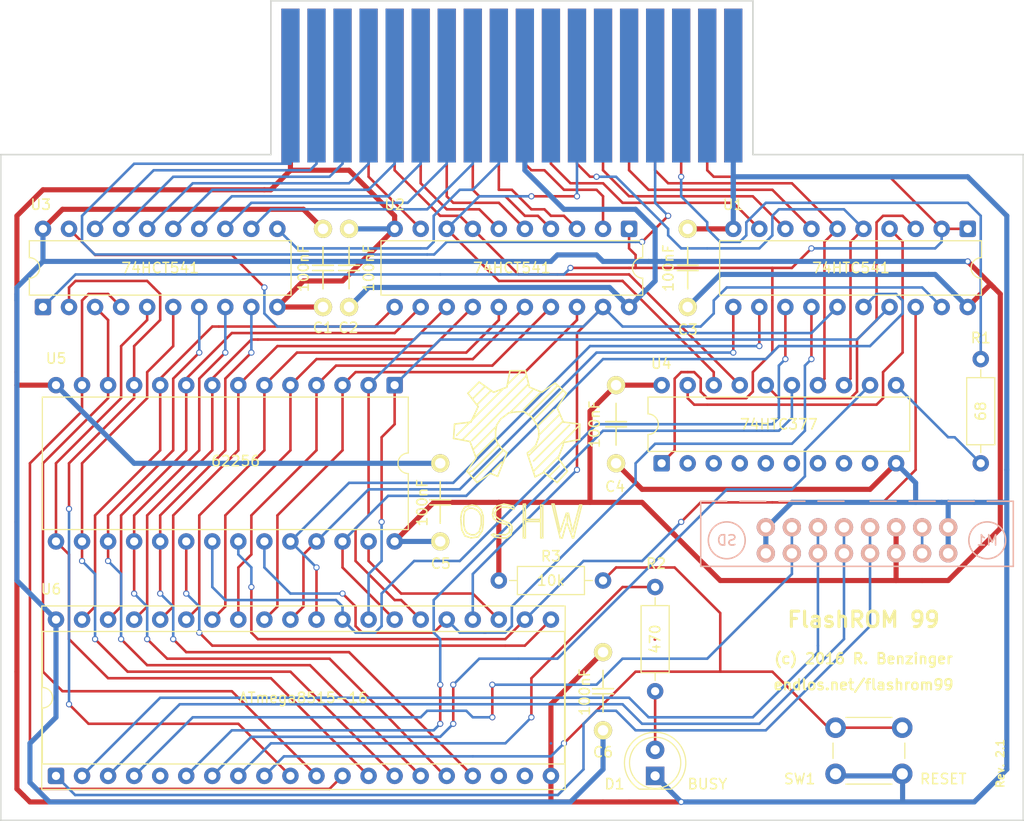
<source format=kicad_pcb>
(kicad_pcb (version 20241229) (generator "pcbnew") (generator_version "9.0")
  (title_block (title "FlashROM 99 Cartridge") (date "2016-06-10") (rev "2") (company "Copyright (c) 2016 Ralph Benzinger") (comment 2 "Released as Open Source Hardware under CERN OHL 1.2 and GNU GPL 3 licenses") (comment 4 "A TI 99 cartridge that allows for running ROM images stored on an SD card"))
  (layers (0 "F.Cu" signal) (2 "B.Cu" signal) (13 "F.Paste" user) (15 "B.Paste" user) (5 "F.SilkS" user "F.Silkscreen") (7 "B.SilkS" user "B.Silkscreen") (1 "F.Mask" user) (3 "B.Mask" user) (25 "Edge.Cuts" user))
  (net 0 "")
  (net 1 "GND")
  (net 2 "+5V")
  (net 3 "Net-(D1-Pad2)")
  (net 4 "/D0")
  (net 5 "/D1")
  (net 6 "/D2")
  (net 7 "/D3")
  (net 8 "/D4")
  (net 9 "/D5")
  (net 10 "/D6")
  (net 11 "/D7")
  (net 12 "BUSE")
  (net 13 "/A11")
  (net 14 "/A12")
  (net 15 "/A13")
  (net 16 "/A14")
  (net 17 "/A10")
  (net 18 "/A9")
  (net 19 "/A8")
  (net 20 "/A7")
  (net 21 "/A6")
  (net 22 "/A5")
  (net 23 "/A4")
  (net 24 "/A3")
  (net 25 "/A2")
  (net 26 "/A1")
  (net 27 "/A0")
  (net 28 "Net-(M1-Pad7)")
  (net 29 "Net-(P1-Pad33)")
  (net 30 "Net-(P1-Pad31)")
  (net 31 "Net-(P1-Pad1)")
  (net 32 "Net-(P1-Pad27)")
  (net 33 "Net-(P1-Pad25)")
  (net 34 "Net-(P1-Pad23)")
  (net 35 "Net-(P1-Pad21)")
  (net 36 "Net-(P1-Pad17)")
  (net 37 "Net-(P1-Pad15)")
  (net 38 "Net-(P1-Pad13)")
  (net 39 "Net-(P1-Pad11)")
  (net 40 "Net-(P1-Pad9)")
  (net 41 "Net-(P1-Pad7)")
  (net 42 "Net-(P1-Pad5)")
  (net 43 "Net-(P1-Pad3)")
  (net 44 "Net-(P1-Pad36)")
  (net 45 "ROMS")
  (net 46 "Net-(P1-Pad30)")
  (net 47 "Net-(P1-Pad28)")
  (net 48 "Net-(P1-Pad26)")
  (net 49 "Net-(P1-Pad24)")
  (net 50 "Net-(P1-Pad22)")
  (net 51 "Net-(P1-Pad20)")
  (net 52 "Net-(P1-Pad18)")
  (net 53 "Net-(P1-Pad16)")
  (net 54 "Net-(P1-Pad14)")
  (net 55 "Net-(P1-Pad12)")
  (net 56 "Net-(P1-Pad10)")
  (net 57 "Net-(P1-Pad8)")
  (net 58 "Net-(P1-Pad6)")
  (net 59 "Net-(P1-Pad4)")
  (net 60 "Net-(U1-Pad3)")
  (net 61 "Net-(U1-Pad4)")
  (net 62 "Net-(U4-Pad2)")
  (net 63 "Net-(U4-Pad3)")
  (net 64 "Net-(U4-Pad4)")
  (net 65 "Net-(U4-Pad5)")
  (net 66 "Net-(U4-Pad6)")
  (net 67 "Net-(U4-Pad7)")
  (net 68 "Net-(U4-Pad8)")
  (net 69 "Net-(U4-Pad9)")
  (net 70 "Net-(C7-Pad1)")
  (net 71 "Net-(M1-Pad2)")
  (net 72 "Net-(M1-Pad3)")
  (net 73 "Net-(M1-Pad4)")
  (net 74 "Net-(M1-Pad5)")
  (net 75 "Net-(R2-Pad2)")
  (net 76 "Net-(R3-Pad2)")
  (net 77 "Net-(U1-Pad18)")
  (net 78 "Net-(U4-Pad12)")
  (net 79 "Net-(U4-Pad15)")
  (net 80 "Net-(U5-Pad20)")
  (net 81 "Net-(U5-Pad27)")
  (net 82 "Net-(U6-Pad5)")
  (net 83 "Net-(U6-Pad18)")
  (net 84 "Net-(U6-Pad19)")
  (net 85 "Net-(P1-Pad32)")
  (footprint "LED_THT:LED_D5.0mm" (layer "F.Cu") (at 157.48 107.95 90)
    (property "Reference" "D1")
    (property "Value" "BUSY")
  )
  (footprint "Package_DIP:DIP-40_W15.24mm_Socket" (layer "F.Cu") (at 99.06 107.95 90)
    (property "Reference" "U6")
    (property "Value" "ATmega8515-16")
  )
  (footprint "flashcart-footprints:BUS_CART" (layer "F.Cu") (at 120.65 33.02)
    (property "Reference" "P1" (hide yes))
    (property "Value" "CONN_02X18" (hide yes))
  )
  (footprint "Button_Switch_THT:SW_PUSH_6mm_H5mm" (layer "F.Cu") (at 181.575 107.75 180)
    (property "Reference" "SW1")
    (property "Value" "RESET")
  )
  (footprint "Package_DIP:DIP-20_W7.62mm" (layer "F.Cu") (at 187.96 54.61 -90)
    (property "Reference" "U1")
    (property "Value" "74HTC541")
  )
  (footprint "Package_DIP:DIP-20_W7.62mm" (layer "F.Cu") (at 154.94 54.61 -90)
    (property "Reference" "U2")
    (property "Value" "74HCT541")
  )
  (footprint "Package_DIP:DIP-20_W7.62mm" (layer "F.Cu") (at 97.79 62.23 90)
    (property "Reference" "U3")
    (property "Value" "74HCT541")
  )
  (footprint "Package_DIP:DIP-20_W7.62mm" (layer "F.Cu") (at 158.115 77.47 90)
    (property "Reference" "U4")
    (property "Value" "74HTC377")
  )
  (footprint "Package_DIP:DIP-28_W15.24mm" (layer "F.Cu") (at 132.08 69.85 -90)
    (property "Reference" "U5")
    (property "Value" "62256")
  )
  (footprint "fr99-footprints:C_C" (layer "F.Cu") (at 125.095 62.23 90)
    (property "Reference" "C1")
    (property "Value" "100nF")
  )
  (footprint "fr99-footprints:C_C" (layer "F.Cu") (at 127.635 54.61 -90)
    (property "Reference" "C2")
    (property "Value" "100nF")
  )
  (footprint "fr99-footprints:C_C" (layer "F.Cu") (at 160.655 54.61 -90)
    (property "Reference" "C3")
    (property "Value" "100nF")
  )
  (footprint "fr99-footprints:C_C" (layer "F.Cu") (at 153.67 77.47 90)
    (property "Reference" "C4")
    (property "Value" "100nF")
  )
  (footprint "fr99-footprints:C_C" (layer "F.Cu") (at 136.525 77.47 -90)
    (property "Reference" "C5")
    (property "Value" "100nF")
  )
  (footprint "fr99-footprints:C_C" (layer "F.Cu") (at 152.4 95.885 -90)
    (property "Reference" "C6")
    (property "Value" "100nF")
  )
  (footprint "Symbols:Symbol_OSHW-Logo_SilkScreen_BIG" (layer "F.Cu") (at 144.12453 55.245)
    (property "Reference" "REF**" (hide yes))
    (property "Value" "OSHW" (hide yes))
  )
  (footprint "Resistor_THT:R_Axial_DIN0207_L6.3mm_D2.5mm_P10.16mm_Horizontal" (layer "F.Cu") (at 189.23 77.47 90)
    (property "Reference" "R1")
    (property "Value" "68")
  )
  (footprint "Resistor_THT:R_Axial_DIN0207_L6.3mm_D2.5mm_P10.16mm_Horizontal" (layer "F.Cu") (at 157.48 99.695 90)
    (property "Reference" "R2")
    (property "Value" "470")
  )
  (footprint "Resistor_THT:R_Axial_DIN0207_L6.3mm_D2.5mm_P10.16mm_Horizontal" (layer "F.Cu") (at 142.24 88.9)
    (property "Reference" "R3")
    (property "Value" "10k")
  )
  (footprint "flashcart-footprints:SD_MODULE" (layer "B.Cu") (at 161.925 87.52)
    (property "Reference" "M1")
    (property "Value" "SD")
  )
  (gr_line (start 143.515 32.37) (end 120.015 32.37) (stroke (width 0.15)) (layer "Edge.Cuts"))
  (gr_line (start 120.015 32.37) (end 120.015 47.37) (stroke (width 0.15)) (layer "Edge.Cuts"))
  (gr_line (start 143.515 32.37) (end 167.015 32.37) (stroke (width 0.15)) (layer "Edge.Cuts"))
  (gr_line (start 93.675 47.37) (end 93.675 112.29) (stroke (width 0.15)) (layer "Edge.Cuts"))
  (gr_line (start 167.015 47.37) (end 193.375 47.37) (stroke (width 0.15)) (layer "Edge.Cuts"))
  (gr_line (start 193.375 47.37) (end 193.375 112.29) (stroke (width 0.15)) (layer "Edge.Cuts"))
  (gr_line (start 120.015 47.37) (end 93.675 47.37) (stroke (width 0.15)) (layer "Edge.Cuts"))
  (gr_line (start 193.375 112.29) (end 93.675 112.29) (stroke (width 0.15)) (layer "Edge.Cuts"))
  (gr_line (start 167.015 32.37) (end 167.015 47.37) (stroke (width 0.15)) (layer "Edge.Cuts"))
  (gr_text "(c) 2016 R. Benzinger" (at 177.8 96.52 0) (layer "F.SilkS") (effects (font (size 1.016 1.016) (thickness 0.2032))))
  (gr_text "Rev. 2.1" (at 191.135 109.22 90) (layer "F.SilkS") (effects (font (size 0.762 0.762) (thickness 0.1524)) (justify left)))
  (gr_text "FlashROM 99" (at 177.8 92.71 0) (layer "F.SilkS") (effects (font (size 1.5 1.5) (thickness 0.3))))
  (gr_text "endlos.net/flashrom99" (at 177.8 99.06 0) (layer "F.SilkS") (effects (font (size 1.016 1.016) (thickness 0.2032))))
  (segment (start 157.4419 94.6531) (end 157.48 94.6531) (width 0.25) (layer "F.Cu") (net 0))
  (segment (start 140.785002 93.98) (end 140.97 93.98) (width 0.25) (layer "F.Cu") (net 0))
  (segment (start 147.32 104.775) (end 147.32 104.775) (width 0.25) (layer "B.Cu") (net 0))
  (segment (start 119.38 50.8) (end 97.79 50.8) (width 0.5) (layer "F.Cu") (net 1))
  (segment (start 97.79 50.8) (end 95.25 53.34) (width 0.5) (layer "F.Cu") (net 1))
  (segment (start 95.25 68.58) (end 95.25 53.34) (width 0.5) (layer "F.Cu") (net 1))
  (segment (start 95.25 68.58) (end 95.25 69.85) (width 0.5) (layer "F.Cu") (net 1))
  (segment (start 147.32 110.49) (end 152.4 110.49) (width 0.5) (layer "F.Cu") (net 1))
  (segment (start 127 59.69) (end 125.095 59.69) (width 0.5) (layer "F.Cu") (net 1))
  (segment (start 123.19 59.69) (end 122.555 60.325) (width 0.5) (layer "F.Cu") (net 1))
  (segment (start 95.25 109.22) (end 95.25 97.79) (width 0.5) (layer "F.Cu") (net 1))
  (segment (start 121.92 48.895) (end 120.015 50.8) (width 0.5) (layer "F.Cu") (net 1))
  (segment (start 120.015 50.8) (end 119.38 50.8) (width 0.5) (layer "F.Cu") (net 1))
  (segment (start 147.32 100.965) (end 147.32 107.95) (width 0.5) (layer "F.Cu") (net 1))
  (segment (start 122.8725 60.0075) (end 122.555 60.325) (width 0.5) (layer "F.Cu") (net 1))
  (segment (start 122.555 60.325) (end 120.65 62.23) (width 0.5) (layer "F.Cu") (net 1))
  (segment (start 121.92 48.895) (end 126.365 48.895) (width 0.5) (layer "F.Cu") (net 1))
  (segment (start 127.635 48.895) (end 132.08 53.34) (width 0.5) (layer "F.Cu") (net 1))
  (segment (start 132.08 53.34) (end 132.08 54.61) (width 0.5) (layer "F.Cu") (net 1))
  (segment (start 125.095 59.69) (end 123.19 59.69) (width 0.5) (layer "F.Cu") (net 1))
  (segment (start 95.25 69.85) (end 95.25 97.79) (width 0.5) (layer "F.Cu") (net 1))
  (segment (start 156.21 80.01) (end 178.435 80.01) (width 0.5) (layer "F.Cu") (net 1))
  (segment (start 178.435 80.01) (end 180.975 77.47) (width 0.5) (layer "F.Cu") (net 1))
  (segment (start 96.52 110.49) (end 147.32 110.49) (width 0.5) (layer "F.Cu") (net 1))
  (segment (start 160.02 110.49) (end 154.94 110.49) (width 0.5) (layer "F.Cu") (net 1))
  (segment (start 95.885 109.855) (end 95.25 109.22) (width 0.5) (layer "F.Cu") (net 1))
  (segment (start 125.095 62.23) (end 120.65 62.23) (width 0.5) (layer "F.Cu") (net 1))
  (segment (start 95.885 109.855) (end 96.52 110.49) (width 0.5) (layer "F.Cu") (net 1))
  (segment (start 153.67 77.47) (end 156.21 80.01) (width 0.5) (layer "F.Cu") (net 1))
  (segment (start 121.92 48.26) (end 121.92 40.64) (width 0.5) (layer "F.Cu") (net 1))
  (segment (start 152.4 110.49) (end 154.94 110.49) (width 0.5) (layer "F.Cu") (net 1))
  (segment (start 132.08 54.61) (end 127 59.69) (width 0.5) (layer "F.Cu") (net 1))
  (segment (start 147.32 107.95) (end 147.32 110.49) (width 0.5) (layer "F.Cu") (net 1))
  (segment (start 152.4 95.885) (end 147.32 100.965) (width 0.5) (layer "F.Cu") (net 1))
  (segment (start 99.06 69.85) (end 95.25 69.85) (width 0.5) (layer "F.Cu") (net 1))
  (segment (start 160.655 54.61) (end 165.1 54.61) (width 0.5) (layer "F.Cu") (net 1))
  (segment (start 126.365 48.895) (end 127.635 48.895) (width 0.5) (layer "F.Cu") (net 1))
  (segment (start 121.92 48.26) (end 121.92 48.895) (width 0.5) (layer "F.Cu") (net 1))
  (via (at 160.02 110.49) (size 0.6) (drill 0.4) (layers "F.Cu" "B.Cu") (net 1))
  (segment (start 165.1 49.53) (end 187.96 49.53) (width 0.5) (layer "B.Cu") (net 1))
  (segment (start 187.96 49.53) (end 191.77 53.34) (width 0.5) (layer "B.Cu") (net 1))
  (segment (start 191.77 53.34) (end 191.77 78.105) (width 0.5) (layer "B.Cu") (net 1))
  (segment (start 165.1 51.435) (end 165.1 54.61) (width 0.5) (layer "B.Cu") (net 1))
  (segment (start 106.68 77.47) (end 99.06 69.85) (width 0.5) (layer "B.Cu") (net 1))
  (segment (start 188.595 81.28) (end 186.055 81.28) (width 0.5) (layer "B.Cu") (net 1))
  (segment (start 170.815 81.28) (end 168.275 83.82) (width 0.5) (layer "B.Cu") (net 1))
  (segment (start 186.055 81.28) (end 185.42 81.28) (width 0.5) (layer "B.Cu") (net 1))
  (segment (start 182.88 79.375) (end 182.88 81.28) (width 0.5) (layer "B.Cu") (net 1))
  (segment (start 182.88 81.28) (end 170.815 81.28) (width 0.5) (layer "B.Cu") (net 1))
  (segment (start 191.77 107.315) (end 188.595 110.49) (width 0.5) (layer "B.Cu") (net 1))
  (segment (start 188.595 110.49) (end 181.61 110.49) (width 0.5) (layer "B.Cu") (net 1))
  (segment (start 181.61 110.49) (end 160.655 110.49) (width 0.5) (layer "B.Cu") (net 1))
  (segment (start 185.42 81.28) (end 182.88 81.28) (width 0.5) (layer "B.Cu") (net 1))
  (segment (start 191.77 81.28) (end 191.77 78.105) (width 0.5) (layer "B.Cu") (net 1))
  (segment (start 180.975 77.47) (end 182.88 79.375) (width 0.5) (layer "B.Cu") (net 1))
  (segment (start 191.77 107.315) (end 191.77 81.28) (width 0.5) (layer "B.Cu") (net 1))
  (segment (start 168.275 83.82) (end 168.275 86.36) (width 0.5) (layer "B.Cu") (net 1))
  (segment (start 186.055 83.82) (end 186.055 86.36) (width 0.5) (layer "B.Cu") (net 1))
  (segment (start 127.635 54.61) (end 132.08 54.61) (width 0.5) (layer "B.Cu") (net 1))
  (segment (start 136.525 77.47) (end 106.68 77.47) (width 0.5) (layer "B.Cu") (net 1))
  (segment (start 160.02 110.49) (end 157.48 107.95) (width 0.5) (layer "B.Cu") (net 1))
  (segment (start 165.1 51.435) (end 165.1 49.53) (width 0.5) (layer "B.Cu") (net 1))
  (segment (start 175.075 107.75) (end 175.275 107.95) (width 0.5) (layer "B.Cu") (net 1))
  (segment (start 165.1 49.53) (end 165.1 51.435) (width 0.5) (layer "B.Cu") (net 1))
  (segment (start 160.655 110.49) (end 160.02 110.49) (width 0.5) (layer "B.Cu") (net 1))
  (segment (start 165.1 40.64) (end 165.1 49.53) (width 0.5) (layer "B.Cu") (net 1))
  (segment (start 186.055 81.28) (end 186.055 83.82) (width 0.5) (layer "B.Cu") (net 1))
  (segment (start 181.61 107.95) (end 181.61 110.49) (width 0.5) (layer "B.Cu") (net 1))
  (segment (start 191.77 81.28) (end 188.595 81.28) (width 0.5) (layer "B.Cu") (net 1))
  (segment (start 175.275 107.95) (end 181.61 107.95) (width 0.5) (layer "B.Cu") (net 1))
  (segment (start 99.695 52.705) (end 123.19 52.705) (width 0.5) (layer "F.Cu") (net 2))
  (segment (start 123.19 52.705) (end 125.095 54.61) (width 0.5) (layer "F.Cu") (net 2))
  (segment (start 187.96 57.785) (end 190.5 60.325) (width 0.5) (layer "F.Cu") (net 2))
  (segment (start 191.135 60.96) (end 191.135 83.82) (width 0.5) (layer "F.Cu") (net 2))
  (segment (start 191.135 83.82) (end 186.055 88.9) (width 0.5) (layer "F.Cu") (net 2))
  (segment (start 186.055 88.9) (end 183.515 88.9) (width 0.5) (layer "F.Cu") (net 2))
  (segment (start 163.83 88.9) (end 159.385 84.455) (width 0.5) (layer "F.Cu") (net 2))
  (segment (start 135.89 81.28) (end 132.08 85.09) (width 0.5) (layer "F.Cu") (net 2))
  (segment (start 180.975 88.9) (end 163.83 88.9) (width 0.5) (layer "F.Cu") (net 2))
  (segment (start 151.13 81.28) (end 142.24 81.28) (width 0.5) (layer "F.Cu") (net 2))
  (segment (start 151.13 72.39) (end 153.67 69.85) (width 0.5) (layer "F.Cu") (net 2))
  (segment (start 159.385 84.455) (end 156.21 81.28) (width 0.5) (layer "F.Cu") (net 2))
  (segment (start 159.08782 84.15782) (end 159.385 84.455) (width 0.5) (layer "F.Cu") (net 2))
  (segment (start 190.1825 60.0075) (end 190.5 60.325) (width 0.5) (layer "F.Cu") (net 2))
  (segment (start 190.5 60.325) (end 191.135 60.96) (width 0.5) (layer "F.Cu") (net 2))
  (segment (start 142.24 81.28) (end 135.89 81.28) (width 0.5) (layer "F.Cu") (net 2))
  (segment (start 183.515 88.9) (end 180.975 88.9) (width 0.5) (layer "F.Cu") (net 2))
  (segment (start 97.79 54.61) (end 99.695 52.705) (width 0.5) (layer "F.Cu") (net 2))
  (segment (start 142.24 88.9) (end 142.24 81.28) (width 0.5) (layer "F.Cu") (net 2))
  (segment (start 156.21 81.28) (end 151.13 81.28) (width 0.5) (layer "F.Cu") (net 2))
  (segment (start 153.67 69.85) (end 158.115 69.85) (width 0.5) (layer "F.Cu") (net 2))
  (segment (start 151.13 81.28) (end 151.13 72.39) (width 0.5) (layer "F.Cu") (net 2))
  (segment (start 180.975 86.36) (end 180.975 83.82) (width 0.5) (layer "F.Cu") (net 2))
  (segment (start 187.96 62.23) (end 190.1825 60.0075) (width 0.5) (layer "F.Cu") (net 2))
  (segment (start 180.975 88.9) (end 180.975 86.36) (width 0.5) (layer "F.Cu") (net 2))
  (via (at 187.96 57.785) (size 0.6) (drill 0.4) (layers "F.Cu" "B.Cu") (net 2))
  (segment (start 144.78 48.895) (end 148.59 52.705) (width 0.5) (layer "B.Cu") (net 2))
  (segment (start 95.25 83.185) (end 95.25 61.595) (width 0.5) (layer "B.Cu") (net 2))
  (segment (start 95.25 60.96) (end 95.25 61.595) (width 0.5) (layer "B.Cu") (net 2))
  (segment (start 95.25 61.595) (end 95.25 60.96) (width 0.5) (layer "B.Cu") (net 2))
  (segment (start 95.25 88.9) (end 95.25 83.185) (width 0.5) (layer "B.Cu") (net 2))
  (segment (start 95.25 60.325) (end 95.25 60.96) (width 0.5) (layer "B.Cu") (net 2))
  (segment (start 152.4 107.315) (end 149.225 110.49) (width 0.5) (layer "B.Cu") (net 2))
  (segment (start 149.225 110.49) (end 98.425 110.49) (width 0.5) (layer "B.Cu") (net 2))
  (segment (start 98.425 110.49) (end 96.52 108.585) (width 0.5) (layer "B.Cu") (net 2))
  (segment (start 96.52 108.585) (end 96.52 104.775) (width 0.5) (layer "B.Cu") (net 2))
  (segment (start 96.52 104.775) (end 99.06 102.235) (width 0.5) (layer "B.Cu") (net 2))
  (segment (start 99.06 102.235) (end 99.06 92.71) (width 0.5) (layer "B.Cu") (net 2))
  (segment (start 147.955 57.15) (end 147.32 57.785) (width 0.5) (layer "B.Cu") (net 2))
  (segment (start 147.32 57.785) (end 97.79 57.785) (width 0.5) (layer "B.Cu") (net 2))
  (segment (start 160.655 57.785) (end 187.96 57.785) (width 0.5) (layer "B.Cu") (net 2))
  (segment (start 129.54 60.325) (end 153.035 60.325) (width 0.5) (layer "B.Cu") (net 2))
  (segment (start 153.035 60.325) (end 154.94 62.23) (width 0.5) (layer "B.Cu") (net 2))
  (segment (start 163.83 59.055) (end 184.15 59.055) (width 0.5) (layer "B.Cu") (net 2))
  (segment (start 184.15 59.055) (end 184.785 59.055) (width 0.5) (layer "B.Cu") (net 2))
  (segment (start 184.785 59.055) (end 187.96 62.23) (width 0.5) (layer "B.Cu") (net 2))
  (segment (start 151.765 57.15) (end 147.955 57.15) (width 0.5) (layer "B.Cu") (net 2))
  (segment (start 152.4 57.785) (end 156.845 57.785) (width 0.5) (layer "B.Cu") (net 2))
  (segment (start 157.48 54.61) (end 157.48 57.785) (width 0.5) (layer "B.Cu") (net 2))
  (segment (start 157.48 57.785) (end 158.115 57.785) (width 0.5) (layer "B.Cu") (net 2))
  (segment (start 157.48 59.69) (end 156.845 60.325) (width 0.5) (layer "B.Cu") (net 2))
  (segment (start 160.655 62.23) (end 163.83 59.055) (width 0.5) (layer "B.Cu") (net 2))
  (segment (start 148.59 52.705) (end 155.575 52.705) (width 0.5) (layer "B.Cu") (net 2))
  (segment (start 132.08 85.09) (end 136.525 85.09) (width 0.5) (layer "B.Cu") (net 2))
  (segment (start 157.48 57.785) (end 157.48 59.69) (width 0.5) (layer "B.Cu") (net 2))
  (segment (start 127.635 62.23) (end 129.54 60.325) (width 0.5) (layer "B.Cu") (net 2))
  (segment (start 152.4 103.505) (end 152.4 107.315) (width 0.5) (layer "B.Cu") (net 2))
  (segment (start 97.79 57.785) (end 95.25 60.325) (width 0.5) (layer "B.Cu") (net 2))
  (segment (start 156.845 53.975) (end 157.48 54.61) (width 0.5) (layer "B.Cu") (net 2))
  (segment (start 99.06 92.71) (end 95.25 88.9) (width 0.5) (layer "B.Cu") (net 2))
  (segment (start 144.78 40.64) (end 144.78 48.895) (width 0.5) (layer "B.Cu") (net 2))
  (segment (start 158.115 57.785) (end 160.655 57.785) (width 0.5) (layer "B.Cu") (net 2))
  (segment (start 151.765 57.15) (end 152.4 57.785) (width 0.5) (layer "B.Cu") (net 2))
  (segment (start 155.575 52.705) (end 156.845 53.975) (width 0.5) (layer "B.Cu") (net 2))
  (segment (start 156.845 60.325) (end 154.94 62.23) (width 0.5) (layer "B.Cu") (net 2))
  (segment (start 97.79 54.61) (end 97.79 57.785) (width 0.5) (layer "B.Cu") (net 2))
  (segment (start 156.845 57.785) (end 157.48 57.785) (width 0.5) (layer "B.Cu") (net 2))
  (segment (start 157.48 105.41) (end 157.48 99.695) (width 0.25) (layer "F.Cu") (net 3))
  (segment (start 100.33 81.915) (end 100.33 77.47) (width 0.25) (layer "F.Cu") (net 4))
  (segment (start 100.33 77.47) (end 106.68 71.12) (width 0.25) (layer "F.Cu") (net 4))
  (segment (start 106.68 71.12) (end 106.68 69.85) (width 0.25) (layer "F.Cu") (net 4))
  (segment (start 116.84 102.87) (end 102.235 102.87) (width 0.25) (layer "F.Cu") (net 4))
  (segment (start 102.235 102.87) (end 100.33 100.965) (width 0.25) (layer "F.Cu") (net 4))
  (segment (start 106.68 66.04) (end 109.22 63.5) (width 0.25) (layer "F.Cu") (net 4))
  (segment (start 109.22 63.5) (end 109.22 60.96) (width 0.25) (layer "F.Cu") (net 4))
  (segment (start 109.22 60.96) (end 108.585 60.325) (width 0.25) (layer "F.Cu") (net 4))
  (segment (start 100.33 60.325) (end 100.965 59.69) (width 0.25) (layer "F.Cu") (net 4))
  (segment (start 100.965 59.69) (end 107.95 59.69) (width 0.25) (layer "F.Cu") (net 4))
  (segment (start 107.95 59.69) (end 108.585 60.325) (width 0.25) (layer "F.Cu") (net 4))
  (segment (start 106.68 66.04) (end 106.68 69.85) (width 0.25) (layer "F.Cu") (net 4))
  (segment (start 121.92 107.95) (end 121.92 107.315) (width 0.25) (layer "F.Cu") (net 4))
  (segment (start 121.92 107.95) (end 116.84 102.87) (width 0.25) (layer "F.Cu") (net 4))
  (segment (start 100.33 62.23) (end 100.33 60.325) (width 0.25) (layer "F.Cu") (net 4))
  (via (at 100.33 81.915) (size 0.6) (drill 0.4) (layers "F.Cu" "B.Cu") (net 4))
  (via (at 100.33 100.965) (size 0.6) (drill 0.4) (layers "F.Cu" "B.Cu") (net 4))
  (segment (start 100.33 100.965) (end 100.33 81.915) (width 0.25) (layer "B.Cu") (net 4))
  (segment (start 116.205 99.695) (end 100.33 99.695) (width 0.25) (layer "F.Cu") (net 5))
  (segment (start 100.33 99.695) (end 99.695 99.695) (width 0.25) (layer "F.Cu") (net 5))
  (segment (start 99.695 99.695) (end 97.79 97.79) (width 0.25) (layer "F.Cu") (net 5))
  (segment (start 97.79 97.79) (end 97.79 77.47) (width 0.25) (layer "F.Cu") (net 5))
  (segment (start 97.79 77.47) (end 104.14 71.12) (width 0.25) (layer "F.Cu") (net 5))
  (segment (start 104.14 71.12) (end 104.14 69.85) (width 0.25) (layer "F.Cu") (net 5))
  (segment (start 104.14 63.5) (end 102.87 62.23) (width 0.25) (layer "F.Cu") (net 5))
  (segment (start 104.14 69.85) (end 104.14 63.5) (width 0.25) (layer "F.Cu") (net 5))
  (segment (start 124.46 107.95) (end 116.205 99.695) (width 0.25) (layer "F.Cu") (net 5))
  (segment (start 125.73 109.22) (end 97.155 109.22) (width 0.25) (layer "F.Cu") (net 6))
  (segment (start 97.155 109.22) (end 96.52 108.585) (width 0.25) (layer "F.Cu") (net 6))
  (segment (start 96.52 108.585) (end 96.52 77.47) (width 0.25) (layer "F.Cu") (net 6))
  (segment (start 96.52 77.47) (end 101.6 72.39) (width 0.25) (layer "F.Cu") (net 6))
  (segment (start 101.6 72.39) (end 101.6 69.85) (width 0.25) (layer "F.Cu") (net 6))
  (segment (start 104.14 60.96) (end 102.235 60.96) (width 0.25) (layer "F.Cu") (net 6))
  (segment (start 102.235 60.96) (end 101.6 61.595) (width 0.25) (layer "F.Cu") (net 6))
  (segment (start 101.6 61.595) (end 101.6 69.85) (width 0.25) (layer "F.Cu") (net 6))
  (segment (start 127 107.95) (end 125.73 109.22) (width 0.25) (layer "F.Cu") (net 6))
  (segment (start 105.41 62.23) (end 104.14 60.96) (width 0.25) (layer "F.Cu") (net 6))
  (segment (start 100.33 86.36) (end 100.33 94.615) (width 0.25) (layer "F.Cu") (net 7))
  (segment (start 100.33 94.615) (end 104.14 98.425) (width 0.25) (layer "F.Cu") (net 7))
  (segment (start 104.14 98.425) (end 120.015 98.425) (width 0.25) (layer "F.Cu") (net 7))
  (segment (start 120.015 98.425) (end 129.54 107.95) (width 0.25) (layer "F.Cu") (net 7))
  (segment (start 99.06 77.47) (end 105.41 71.12) (width 0.25) (layer "F.Cu") (net 7))
  (segment (start 105.41 66.04) (end 107.95 63.5) (width 0.25) (layer "F.Cu") (net 7))
  (segment (start 107.95 63.5) (end 107.95 62.23) (width 0.25) (layer "F.Cu") (net 7))
  (segment (start 99.06 85.09) (end 99.06 77.47) (width 0.25) (layer "F.Cu") (net 7))
  (segment (start 105.41 71.12) (end 105.41 66.04) (width 0.25) (layer "F.Cu") (net 7))
  (segment (start 99.06 85.09) (end 100.33 86.36) (width 0.25) (layer "F.Cu") (net 7))
  (segment (start 102.87 94.615) (end 106.045 97.79) (width 0.25) (layer "F.Cu") (net 8))
  (segment (start 106.045 97.79) (end 121.92 97.79) (width 0.25) (layer "F.Cu") (net 8))
  (segment (start 121.92 97.79) (end 132.08 107.95) (width 0.25) (layer "F.Cu") (net 8))
  (segment (start 101.6 77.47) (end 107.95 71.12) (width 0.25) (layer "F.Cu") (net 8))
  (segment (start 107.95 68.58) (end 110.49 66.04) (width 0.25) (layer "F.Cu") (net 8))
  (segment (start 110.49 66.04) (end 110.49 62.23) (width 0.25) (layer "F.Cu") (net 8))
  (segment (start 107.95 71.12) (end 107.95 68.58) (width 0.25) (layer "F.Cu") (net 8))
  (segment (start 101.6 85.09) (end 101.6 86.995) (width 0.25) (layer "F.Cu") (net 8))
  (segment (start 101.6 85.09) (end 101.6 77.47) (width 0.25) (layer "F.Cu") (net 8))
  (via (at 102.87 94.615) (size 0.6) (drill 0.4) (layers "F.Cu" "B.Cu") (net 8))
  (via (at 101.6 86.995) (size 0.6) (drill 0.4) (layers "F.Cu" "B.Cu") (net 8))
  (segment (start 101.6 86.995) (end 102.87 88.265) (width 0.25) (layer "B.Cu") (net 8))
  (segment (start 102.87 88.265) (end 102.87 94.615) (width 0.25) (layer "B.Cu") (net 8))
  (segment (start 105.41 94.615) (end 107.95 97.155) (width 0.25) (layer "F.Cu") (net 9))
  (segment (start 107.95 97.155) (end 123.825 97.155) (width 0.25) (layer "F.Cu") (net 9))
  (segment (start 123.825 97.155) (end 134.62 107.95) (width 0.25) (layer "F.Cu") (net 9))
  (segment (start 104.14 82.55) (end 110.49 76.2) (width 0.25) (layer "F.Cu") (net 9))
  (segment (start 110.49 69.215) (end 113.03 66.675) (width 0.25) (layer "F.Cu") (net 9))
  (segment (start 110.49 76.2) (end 110.49 69.215) (width 0.25) (layer "F.Cu") (net 9))
  (segment (start 104.14 82.55) (end 104.14 85.09) (width 0.25) (layer "F.Cu") (net 9))
  (segment (start 104.14 85.09) (end 104.14 86.995) (width 0.25) (layer "F.Cu") (net 9))
  (via (at 113.03 66.675) (size 0.6) (drill 0.4) (layers "F.Cu" "B.Cu") (net 9))
  (via (at 105.41 94.615) (size 0.6) (drill 0.4) (layers "F.Cu" "B.Cu") (net 9))
  (via (at 104.14 86.995) (size 0.6) (drill 0.4) (layers "F.Cu" "B.Cu") (net 9))
  (segment (start 104.14 86.995) (end 105.41 88.265) (width 0.25) (layer "B.Cu") (net 9))
  (segment (start 105.41 88.265) (end 105.41 94.615) (width 0.25) (layer "B.Cu") (net 9))
  (segment (start 113.03 62.865) (end 113.03 66.675) (width 0.25) (layer "B.Cu") (net 9))
  (segment (start 113.03 62.865) (end 113.03 62.23) (width 0.25) (layer "B.Cu") (net 9))
  (segment (start 107.95 94.615) (end 109.90125 96.52) (width 0.25) (layer "F.Cu") (net 10))
  (segment (start 109.90125 96.52) (end 125.73 96.52) (width 0.25) (layer "F.Cu") (net 10))
  (segment (start 131.445 102.235) (end 136.975002 107.95) (width 0.25) (layer "F.Cu") (net 10))
  (segment (start 106.68 82.55) (end 113.03 76.2) (width 0.25) (layer "F.Cu") (net 10))
  (segment (start 113.03 69.215) (end 115.57 66.675) (width 0.25) (layer "F.Cu") (net 10))
  (segment (start 106.68 85.09) (end 106.68 90.17) (width 0.25) (layer "F.Cu") (net 10))
  (segment (start 125.73 96.52) (end 131.445 102.235) (width 0.25) (layer "F.Cu") (net 10))
  (segment (start 113.03 76.2) (end 113.03 69.215) (width 0.25) (layer "F.Cu") (net 10))
  (segment (start 106.68 82.55) (end 106.68 85.09) (width 0.25) (layer "F.Cu") (net 10))
  (via (at 107.95 94.615) (size 0.6) (drill 0.4) (layers "F.Cu" "B.Cu") (net 10))
  (via (at 115.57 66.675) (size 0.6) (drill 0.4) (layers "F.Cu" "B.Cu") (net 10))
  (via (at 106.68 90.17) (size 0.6) (drill 0.4) (layers "F.Cu" "B.Cu") (net 10))
  (segment (start 115.57 62.865) (end 115.57 66.675) (width 0.25) (layer "B.Cu") (net 10))
  (segment (start 115.57 62.865) (end 115.57 62.23) (width 0.25) (layer "B.Cu") (net 10))
  (segment (start 107.95 91.44) (end 107.95 94.615) (width 0.25) (layer "B.Cu") (net 10))
  (segment (start 106.68 90.17) (end 107.95 91.44) (width 0.25) (layer "B.Cu") (net 10))
  (segment (start 110.49 94.615) (end 111.76 95.885) (width 0.25) (layer "F.Cu") (net 11))
  (segment (start 111.76 95.885) (end 127.635 95.885) (width 0.25) (layer "F.Cu") (net 11))
  (segment (start 127.635 95.885) (end 139.7 107.95) (width 0.25) (layer "F.Cu") (net 11))
  (segment (start 109.22 82.55) (end 115.57 76.2) (width 0.25) (layer "F.Cu") (net 11))
  (segment (start 115.57 76.2) (end 115.57 69.215) (width 0.25) (layer "F.Cu") (net 11))
  (segment (start 115.57 69.215) (end 118.11 66.675) (width 0.25) (layer "F.Cu") (net 11))
  (segment (start 109.22 85.09) (end 109.22 90.17) (width 0.25) (layer "F.Cu") (net 11))
  (segment (start 109.22 85.09) (end 109.22 82.55) (width 0.25) (layer "F.Cu") (net 11))
  (via (at 109.22 90.17) (size 0.6) (drill 0.4) (layers "F.Cu" "B.Cu") (net 11))
  (via (at 110.49 94.615) (size 0.6) (drill 0.4) (layers "F.Cu" "B.Cu") (net 11))
  (via (at 118.11 66.675) (size 0.6) (drill 0.4) (layers "F.Cu" "B.Cu") (net 11))
  (segment (start 109.22 90.17) (end 110.49 91.44) (width 0.25) (layer "B.Cu") (net 11))
  (segment (start 110.49 91.44) (end 110.49 94.615) (width 0.25) (layer "B.Cu") (net 11))
  (segment (start 118.11 66.675) (end 118.11 62.23) (width 0.25) (layer "B.Cu") (net 11))
  (segment (start 152.4 62.23) (end 152.4 62.23) (width 0.25) (layer "F.Cu") (net 12))
  (segment (start 116.205 57.15) (end 102.87 57.15) (width 0.25) (layer "F.Cu") (net 12))
  (segment (start 102.87 57.15) (end 100.33 54.61) (width 0.25) (layer "F.Cu") (net 12))
  (segment (start 149.86 64.77) (end 149.86 78.105) (width 0.25) (layer "F.Cu") (net 12))
  (segment (start 100.33 54.61) (end 100.33 55.245) (width 0.25) (layer "F.Cu") (net 12))
  (segment (start 149.86 64.77) (end 152.4 62.23) (width 0.25) (layer "F.Cu") (net 12))
  (segment (start 119.38 60.325) (end 116.205 57.15) (width 0.25) (layer "F.Cu") (net 12))
  (via (at 119.38 60.325) (size 0.6) (drill 0.4) (layers "F.Cu" "B.Cu") (net 12))
  (via (at 149.86 78.105) (size 0.6) (drill 0.4) (layers "F.Cu" "B.Cu") (net 12))
  (segment (start 154.305 64.135) (end 160.655 64.135) (width 0.25) (layer "B.Cu") (net 12))
  (segment (start 160.655 64.135) (end 161.925 64.135) (width 0.25) (layer "B.Cu") (net 12))
  (segment (start 161.925 64.135) (end 163.195 62.865) (width 0.25) (layer "B.Cu") (net 12))
  (segment (start 163.195 62.865) (end 163.195 61.595) (width 0.25) (layer "B.Cu") (net 12))
  (segment (start 163.195 61.595) (end 164.465 60.325) (width 0.25) (layer "B.Cu") (net 12))
  (segment (start 164.465 60.325) (end 183.515 60.325) (width 0.25) (layer "B.Cu") (net 12))
  (segment (start 183.515 60.325) (end 185.42 62.23) (width 0.25) (layer "B.Cu") (net 12))
  (segment (start 150.495 64.135) (end 120.65 64.135) (width 0.25) (layer "B.Cu") (net 12))
  (segment (start 120.65 64.135) (end 119.38 62.865) (width 0.25) (layer "B.Cu") (net 12))
  (segment (start 119.38 62.865) (end 119.38 60.325) (width 0.25) (layer "B.Cu") (net 12))
  (segment (start 139.7 88.265) (end 149.86 78.105) (width 0.25) (layer "B.Cu") (net 12))
  (segment (start 139.7 92.71) (end 139.7 88.265) (width 0.25) (layer "B.Cu") (net 12))
  (segment (start 152.4 62.23) (end 150.495 64.135) (width 0.25) (layer "B.Cu") (net 12))
  (segment (start 152.4 62.23) (end 154.305 64.135) (width 0.25) (layer "B.Cu") (net 12))
  (segment (start 135.89 93.98) (end 129.54 93.98) (width 0.25) (layer "F.Cu") (net 13))
  (segment (start 129.54 93.98) (end 128.905 93.98) (width 0.25) (layer "F.Cu") (net 13))
  (segment (start 128.905 93.98) (end 128.27 93.345) (width 0.25) (layer "F.Cu") (net 13))
  (segment (start 128.27 93.345) (end 128.27 91.44) (width 0.25) (layer "F.Cu") (net 13))
  (segment (start 128.27 91.44) (end 127 90.17) (width 0.25) (layer "F.Cu") (net 13))
  (segment (start 172.72 62.23) (end 172.72 67.31) (width 0.25) (layer "F.Cu") (net 13))
  (segment (start 137.16 92.71) (end 135.89 93.98) (width 0.25) (layer "F.Cu") (net 13))
  (via (at 172.72 67.31) (size 0.6) (drill 0.4) (layers "F.Cu" "B.Cu") (net 13))
  (via (at 127 90.17) (size 0.6) (drill 0.4) (layers "F.Cu" "B.Cu") (net 13))
  (segment (start 127 90.17) (end 121.92 90.17) (width 0.25) (layer "B.Cu") (net 13))
  (segment (start 121.92 90.17) (end 119.38 87.63) (width 0.25) (layer "B.Cu") (net 13))
  (segment (start 119.38 87.63) (end 119.38 85.09) (width 0.25) (layer "B.Cu") (net 13))
  (segment (start 172.72 67.31) (end 172.085 67.945) (width 0.25) (layer "B.Cu") (net 13))
  (segment (start 172.085 67.945) (end 172.085 74.295) (width 0.25) (layer "B.Cu") (net 13))
  (segment (start 172.085 74.295) (end 170.815 75.565) (width 0.25) (layer "B.Cu") (net 13))
  (segment (start 170.815 75.565) (end 157.48 75.565) (width 0.25) (layer "B.Cu") (net 13))
  (segment (start 138.43 93.98) (end 142.875 93.98) (width 0.25) (layer "B.Cu") (net 13))
  (segment (start 142.875 93.98) (end 143.51 93.345) (width 0.25) (layer "B.Cu") (net 13))
  (segment (start 143.51 93.345) (end 143.51 91.44) (width 0.25) (layer "B.Cu") (net 13))
  (segment (start 143.51 91.44) (end 155.575 79.375) (width 0.25) (layer "B.Cu") (net 13))
  (segment (start 155.575 79.375) (end 155.575 77.47) (width 0.25) (layer "B.Cu") (net 13))
  (segment (start 155.575 77.47) (end 157.48 75.565) (width 0.25) (layer "B.Cu") (net 13))
  (segment (start 137.16 92.71) (end 138.43 93.98) (width 0.25) (layer "B.Cu") (net 13))
  (segment (start 129.54 82.55) (end 128.27 83.82) (width 0.25) (layer "F.Cu") (net 14))
  (segment (start 128.27 86.995) (end 132.08 90.805) (width 0.25) (layer "F.Cu") (net 14))
  (segment (start 132.08 90.805) (end 132.715 90.805) (width 0.25) (layer "F.Cu") (net 14))
  (segment (start 132.715 90.805) (end 134.62 92.71) (width 0.25) (layer "F.Cu") (net 14))
  (segment (start 129.54 69.85) (end 129.54 82.55) (width 0.25) (layer "F.Cu") (net 14))
  (segment (start 128.27 83.82) (end 128.27 86.995) (width 0.25) (layer "F.Cu") (net 14))
  (segment (start 175.26 62.865) (end 175.26 62.23) (width 0.25) (layer "B.Cu") (net 14))
  (segment (start 134.62 64.77) (end 172.72 64.77) (width 0.25) (layer "B.Cu") (net 14))
  (segment (start 172.72 64.77) (end 175.26 62.23) (width 0.25) (layer "B.Cu") (net 14))
  (segment (start 129.54 69.85) (end 134.62 64.77) (width 0.25) (layer "B.Cu") (net 14))
  (segment (start 127 87.63) (end 132.08 92.71) (width 0.25) (layer "F.Cu") (net 15))
  (segment (start 127 85.09) (end 127 87.63) (width 0.25) (layer "F.Cu") (net 15))
  (segment (start 131.445 80.645) (end 139.065 80.645) (width 0.25) (layer "B.Cu") (net 15))
  (segment (start 139.065 80.645) (end 152.4 67.31) (width 0.25) (layer "B.Cu") (net 15))
  (segment (start 152.4 67.31) (end 168.275 67.31) (width 0.25) (layer "B.Cu") (net 15))
  (segment (start 181.61 62.865) (end 181.61 61.595) (width 0.25) (layer "B.Cu") (net 15))
  (segment (start 181.61 61.595) (end 180.975 60.96) (width 0.25) (layer "B.Cu") (net 15))
  (segment (start 180.975 60.96) (end 179.07 60.96) (width 0.25) (layer "B.Cu") (net 15))
  (segment (start 179.07 60.96) (end 177.8 62.23) (width 0.25) (layer "B.Cu") (net 15))
  (segment (start 169.545 66.04) (end 178.435 66.04) (width 0.25) (layer "B.Cu") (net 15))
  (segment (start 178.435 66.04) (end 181.61 62.865) (width 0.25) (layer "B.Cu") (net 15))
  (segment (start 168.275 67.31) (end 169.545 66.04) (width 0.25) (layer "B.Cu") (net 15))
  (segment (start 127 85.09) (end 131.445 80.645) (width 0.25) (layer "B.Cu") (net 15))
  (segment (start 130.81 83.185) (end 130.81 74.93) (width 0.25) (layer "F.Cu") (net 16))
  (segment (start 132.08 73.66) (end 132.08 69.85) (width 0.25) (layer "F.Cu") (net 16))
  (segment (start 130.81 74.93) (end 132.08 73.66) (width 0.25) (layer "F.Cu") (net 16))
  (via (at 130.81 83.185) (size 0.6) (drill 0.4) (layers "F.Cu" "B.Cu") (net 16))
  (segment (start 136.525 65.405) (end 177.165 65.405) (width 0.25) (layer "B.Cu") (net 16))
  (segment (start 177.165 65.405) (end 180.34 62.23) (width 0.25) (layer "B.Cu") (net 16))
  (segment (start 130.81 86.995) (end 129.54 88.265) (width 0.25) (layer "B.Cu") (net 16))
  (segment (start 129.54 92.71) (end 129.54 88.265) (width 0.25) (layer "B.Cu") (net 16))
  (segment (start 132.08 69.85) (end 136.525 65.405) (width 0.25) (layer "B.Cu") (net 16))
  (segment (start 130.81 83.185) (end 130.81 86.995) (width 0.25) (layer "B.Cu") (net 16))
  (segment (start 170.18 67.31) (end 170.18 62.23) (width 0.25) (layer "F.Cu") (net 17))
  (via (at 170.18 67.31) (size 0.6) (drill 0.4) (layers "F.Cu" "B.Cu") (net 17))
  (segment (start 127 91.44) (end 126.365 90.805) (width 0.25) (layer "B.Cu") (net 17))
  (segment (start 126.365 90.805) (end 115.57 90.805) (width 0.25) (layer "B.Cu") (net 17))
  (segment (start 115.57 90.805) (end 114.3 89.535) (width 0.25) (layer "B.Cu") (net 17))
  (segment (start 114.3 89.535) (end 114.3 85.09) (width 0.25) (layer "B.Cu") (net 17))
  (segment (start 170.18 67.31) (end 169.545 67.945) (width 0.25) (layer "B.Cu") (net 17))
  (segment (start 169.545 67.945) (end 169.545 73.025) (width 0.25) (layer "B.Cu") (net 17))
  (segment (start 169.545 73.025) (end 168.91 73.66) (width 0.25) (layer "B.Cu") (net 17))
  (segment (start 168.91 73.66) (end 151.765 73.66) (width 0.25) (layer "B.Cu") (net 17))
  (segment (start 151.765 73.66) (end 139.7 85.725) (width 0.25) (layer "B.Cu") (net 17))
  (segment (start 128.27 93.98) (end 129.54 93.98) (width 0.25) (layer "B.Cu") (net 17))
  (segment (start 129.54 93.98) (end 130.175 93.98) (width 0.25) (layer "B.Cu") (net 17))
  (segment (start 130.175 93.98) (end 130.81 93.345) (width 0.25) (layer "B.Cu") (net 17))
  (segment (start 130.81 93.345) (end 130.81 91.44) (width 0.25) (layer "B.Cu") (net 17))
  (segment (start 130.81 91.44) (end 130.81 90.17) (width 0.25) (layer "B.Cu") (net 17))
  (segment (start 130.81 90.17) (end 133.985 86.995) (width 0.25) (layer "B.Cu") (net 17))
  (segment (start 133.985 86.995) (end 138.43 86.995) (width 0.25) (layer "B.Cu") (net 17))
  (segment (start 138.43 86.995) (end 139.7 85.725) (width 0.25) (layer "B.Cu") (net 17))
  (segment (start 127 92.71) (end 127 91.44) (width 0.25) (layer "B.Cu") (net 17))
  (segment (start 127 92.71) (end 128.27 93.98) (width 0.25) (layer "B.Cu") (net 17))
  (segment (start 167.64 66.04) (end 167.64 62.23) (width 0.25) (layer "F.Cu") (net 18))
  (segment (start 124.46 92.71) (end 124.46 87.63) (width 0.25) (layer "F.Cu") (net 18))
  (via (at 124.46 87.63) (size 0.6) (drill 0.4) (layers "F.Cu" "B.Cu") (net 18))
  (via (at 167.64 66.04) (size 0.6) (drill 0.4) (layers "F.Cu" "B.Cu") (net 18))
  (segment (start 124.46 87.63) (end 121.92 85.09) (width 0.25) (layer "B.Cu") (net 18))
  (segment (start 127.635 79.375) (end 137.16 79.375) (width 0.25) (layer "B.Cu") (net 18))
  (segment (start 137.16 79.375) (end 137.795 79.375) (width 0.25) (layer "B.Cu") (net 18))
  (segment (start 137.795 79.375) (end 151.13 66.04) (width 0.25) (layer "B.Cu") (net 18))
  (segment (start 151.13 66.04) (end 167.64 66.04) (width 0.25) (layer "B.Cu") (net 18))
  (segment (start 121.92 85.09) (end 127.635 79.375) (width 0.25) (layer "B.Cu") (net 18))
  (segment (start 123.19 91.44) (end 123.19 86.36) (width 0.25) (layer "F.Cu") (net 19))
  (segment (start 123.19 86.36) (end 124.46 85.09) (width 0.25) (layer "F.Cu") (net 19))
  (segment (start 165.1 66.675) (end 165.1 62.23) (width 0.25) (layer "F.Cu") (net 19))
  (segment (start 121.92 92.71) (end 123.19 91.44) (width 0.25) (layer "F.Cu") (net 19))
  (via (at 165.1 66.675) (size 0.6) (drill 0.4) (layers "F.Cu" "B.Cu") (net 19))
  (segment (start 129.54 80.01) (end 138.43 80.01) (width 0.25) (layer "B.Cu") (net 19))
  (segment (start 138.43 80.01) (end 151.765 66.675) (width 0.25) (layer "B.Cu") (net 19))
  (segment (start 151.765 66.675) (end 165.1 66.675) (width 0.25) (layer "B.Cu") (net 19))
  (segment (start 124.46 85.09) (end 129.54 80.01) (width 0.25) (layer "B.Cu") (net 19))
  (segment (start 149.86 63.5) (end 144.78 68.58) (width 0.25) (layer "F.Cu") (net 20))
  (segment (start 144.78 68.58) (end 128.27 68.58) (width 0.25) (layer "F.Cu") (net 20))
  (segment (start 128.27 68.58) (end 127 69.85) (width 0.25) (layer "F.Cu") (net 20))
  (segment (start 120.65 91.44) (end 120.65 82.55) (width 0.25) (layer "F.Cu") (net 20))
  (segment (start 120.65 82.55) (end 127 76.2) (width 0.25) (layer "F.Cu") (net 20))
  (segment (start 127 76.2) (end 127 69.85) (width 0.25) (layer "F.Cu") (net 20))
  (segment (start 149.86 62.23) (end 149.86 63.5) (width 0.25) (layer "F.Cu") (net 20))
  (segment (start 119.38 92.71) (end 120.65 91.44) (width 0.25) (layer "F.Cu") (net 20))
  (segment (start 141.605 67.945) (end 126.365 67.945) (width 0.25) (layer "F.Cu") (net 21))
  (segment (start 126.365 67.945) (end 124.46 69.85) (width 0.25) (layer "F.Cu") (net 21))
  (segment (start 118.11 82.55) (end 124.46 76.2) (width 0.25) (layer "F.Cu") (net 21))
  (segment (start 124.46 76.2) (end 124.46 69.85) (width 0.25) (layer "F.Cu") (net 21))
  (segment (start 116.84 87.63) (end 118.11 86.36) (width 0.25) (layer "F.Cu") (net 21))
  (segment (start 118.11 86.36) (end 118.11 82.55) (width 0.25) (layer "F.Cu") (net 21))
  (segment (start 147.32 62.23) (end 141.605 67.945) (width 0.25) (layer "F.Cu") (net 21))
  (segment (start 116.84 92.71) (end 116.84 87.63) (width 0.25) (layer "F.Cu") (net 21))
  (segment (start 139.7 67.31) (end 124.46 67.31) (width 0.25) (layer "F.Cu") (net 22))
  (segment (start 124.46 67.31) (end 121.92 69.85) (width 0.25) (layer "F.Cu") (net 22))
  (segment (start 115.57 91.44) (end 115.57 82.55) (width 0.25) (layer "F.Cu") (net 22))
  (segment (start 115.57 82.55) (end 121.92 76.2) (width 0.25) (layer "F.Cu") (net 22))
  (segment (start 121.92 76.2) (end 121.92 69.85) (width 0.25) (layer "F.Cu") (net 22))
  (segment (start 114.3 92.71) (end 115.57 91.44) (width 0.25) (layer "F.Cu") (net 22))
  (segment (start 144.78 62.23) (end 139.7 67.31) (width 0.25) (layer "F.Cu") (net 22))
  (segment (start 119.38 69.85) (end 122.555 66.675) (width 0.25) (layer "F.Cu") (net 23))
  (segment (start 122.555 66.675) (end 139.065 66.675) (width 0.25) (layer "F.Cu") (net 23))
  (segment (start 139.065 66.675) (end 142.24 63.5) (width 0.25) (layer "F.Cu") (net 23))
  (segment (start 142.24 63.5) (end 142.24 62.23) (width 0.25) (layer "F.Cu") (net 23))
  (segment (start 113.03 91.44) (end 113.03 82.55) (width 0.25) (layer "F.Cu") (net 23))
  (segment (start 113.03 82.55) (end 119.38 76.2) (width 0.25) (layer "F.Cu") (net 23))
  (segment (start 119.38 76.2) (end 119.38 69.85) (width 0.25) (layer "F.Cu") (net 23))
  (segment (start 111.76 92.71) (end 113.03 91.44) (width 0.25) (layer "F.Cu") (net 23))
  (segment (start 119.38 69.85) (end 119.38 69.85) (width 0.25) (layer "F.Cu") (net 23))
  (segment (start 135.89 66.04) (end 120.65 66.04) (width 0.25) (layer "F.Cu") (net 24))
  (segment (start 120.65 66.04) (end 116.84 69.85) (width 0.25) (layer "F.Cu") (net 24))
  (segment (start 110.49 91.44) (end 110.49 82.55) (width 0.25) (layer "F.Cu") (net 24))
  (segment (start 110.49 82.55) (end 116.84 76.2) (width 0.25) (layer "F.Cu") (net 24))
  (segment (start 116.84 76.2) (end 116.84 69.85) (width 0.25) (layer "F.Cu") (net 24))
  (segment (start 139.7 62.23) (end 135.89 66.04) (width 0.25) (layer "F.Cu") (net 24))
  (segment (start 109.22 92.71) (end 110.49 91.44) (width 0.25) (layer "F.Cu") (net 24))
  (segment (start 133.985 65.405) (end 118.745 65.405) (width 0.25) (layer "F.Cu") (net 25))
  (segment (start 107.95 91.44) (end 107.95 82.55) (width 0.25) (layer "F.Cu") (net 25))
  (segment (start 107.95 82.55) (end 114.3 76.2) (width 0.25) (layer "F.Cu") (net 25))
  (segment (start 114.3 76.2) (end 114.3 69.85) (width 0.25) (layer "F.Cu") (net 25))
  (segment (start 114.3 69.215) (end 118.11 65.405) (width 0.25) (layer "F.Cu") (net 25))
  (segment (start 106.68 92.71) (end 107.95 91.44) (width 0.25) (layer "F.Cu") (net 25))
  (segment (start 118.745 65.405) (end 118.11 65.405) (width 0.25) (layer "F.Cu") (net 25))
  (segment (start 114.3 69.85) (end 114.3 69.215) (width 0.25) (layer "F.Cu") (net 25))
  (segment (start 133.985 65.405) (end 137.16 62.23) (width 0.25) (layer "F.Cu") (net 25))
  (segment (start 132.08 64.77) (end 118.11 64.77) (width 0.25) (layer "F.Cu") (net 26))
  (segment (start 105.41 91.44) (end 105.41 82.55) (width 0.25) (layer "F.Cu") (net 26))
  (segment (start 105.41 82.55) (end 111.76 76.2) (width 0.25) (layer "F.Cu") (net 26))
  (segment (start 111.76 76.2) (end 111.76 69.85) (width 0.25) (layer "F.Cu") (net 26))
  (segment (start 111.76 69.215) (end 116.205 64.77) (width 0.25) (layer "F.Cu") (net 26))
  (segment (start 118.11 64.77) (end 116.205 64.77) (width 0.25) (layer "F.Cu") (net 26))
  (segment (start 104.14 92.71) (end 105.41 91.44) (width 0.25) (layer "F.Cu") (net 26))
  (segment (start 132.08 64.77) (end 134.62 62.23) (width 0.25) (layer "F.Cu") (net 26))
  (segment (start 111.76 69.85) (end 111.76 69.215) (width 0.25) (layer "F.Cu") (net 26))
  (segment (start 130.175 64.135) (end 114.935 64.135) (width 0.25) (layer "F.Cu") (net 27))
  (segment (start 102.87 91.44) (end 102.87 82.55) (width 0.25) (layer "F.Cu") (net 27))
  (segment (start 102.87 82.55) (end 109.22 76.2) (width 0.25) (layer "F.Cu") (net 27))
  (segment (start 109.22 76.2) (end 109.22 69.85) (width 0.25) (layer "F.Cu") (net 27))
  (segment (start 109.22 69.215) (end 114.3 64.135) (width 0.25) (layer "F.Cu") (net 27))
  (segment (start 101.6 92.71) (end 102.87 91.44) (width 0.25) (layer "F.Cu") (net 27))
  (segment (start 109.22 69.85) (end 109.22 69.215) (width 0.25) (layer "F.Cu") (net 27))
  (segment (start 114.935 64.135) (end 114.3 64.135) (width 0.25) (layer "F.Cu") (net 27))
  (segment (start 130.175 64.135) (end 132.08 62.23) (width 0.25) (layer "F.Cu") (net 27))
  (segment (start 183.515 86.36) (end 183.515 83.82) (width 0.25) (layer "B.Cu") (net 28))
  (segment (start 158.75 53.34) (end 156.21 55.88) (width 0.25) (layer "F.Cu") (net 31))
  (via (at 158.75 53.34) (size 0.6) (drill 0.4) (layers "F.Cu" "B.Cu") (net 31))
  (via (at 156.21 55.88) (size 0.6) (drill 0.4) (layers "F.Cu" "B.Cu") (net 31))
  (segment (start 121.92 48.26) (end 106.68 48.26) (width 0.25) (layer "B.Cu") (net 31))
  (segment (start 106.68 48.26) (end 101.6 53.34) (width 0.25) (layer "B.Cu") (net 31))
  (segment (start 101.6 53.34) (end 101.6 55.88) (width 0.25) (layer "B.Cu") (net 31))
  (segment (start 101.6 55.88) (end 102.829998 57.109998) (width 0.25) (layer "B.Cu") (net 31))
  (segment (start 102.829998 57.109998) (end 135.255 57.109998) (width 0.25) (layer "B.Cu") (net 31))
  (segment (start 157.48 52.07) (end 158.75 53.34) (width 0.25) (layer "B.Cu") (net 31))
  (segment (start 155.575 55.88) (end 137.16 55.88) (width 0.25) (layer "B.Cu") (net 31))
  (segment (start 137.16 55.88) (end 135.930002 57.109998) (width 0.25) (layer "B.Cu") (net 31))
  (segment (start 135.930002 57.109998) (end 135.255 57.109998) (width 0.25) (layer "B.Cu") (net 31))
  (segment (start 156.21 55.88) (end 155.575 55.88) (width 0.25) (layer "B.Cu") (net 31))
  (segment (start 121.92 40.64) (end 121.92 48.26) (width 0.25) (layer "B.Cu") (net 31))
  (segment (start 157.48 52.07) (end 157.48 40.64) (width 0.25) (layer "B.Cu") (net 31))
  (segment (start 142.24 59.69) (end 154.305 59.69) (width 0.25) (layer "F.Cu") (net 34))
  (segment (start 154.305 59.69) (end 154.305 59.69) (width 0.25) (layer "F.Cu") (net 34))
  (segment (start 163.195 68.58) (end 163.195 69.85) (width 0.25) (layer "F.Cu") (net 34))
  (segment (start 154.305 59.69) (end 163.195 68.58) (width 0.25) (layer "F.Cu") (net 34))
  (segment (start 137.16 54.61) (end 142.24 59.69) (width 0.25) (layer "F.Cu") (net 34))
  (segment (start 145.415 51.435) (end 149.86 51.435) (width 0.25) (layer "F.Cu") (net 34))
  (via (at 149.86 51.435) (size 0.6) (drill 0.4) (layers "F.Cu" "B.Cu") (net 34))
  (via (at 145.415 51.435) (size 0.6) (drill 0.4) (layers "F.Cu" "B.Cu") (net 34))
  (segment (start 140.335 51.435) (end 145.415 51.435) (width 0.25) (layer "B.Cu") (net 34))
  (segment (start 149.86 51.435) (end 149.86 40.64) (width 0.25) (layer "B.Cu") (net 34))
  (segment (start 137.16 54.61) (end 140.335 51.435) (width 0.25) (layer "B.Cu") (net 34))
  (segment (start 122.555 56.515) (end 134.62 56.515) (width 0.25) (layer "B.Cu") (net 36))
  (segment (start 134.62 56.515) (end 135.255 56.515) (width 0.25) (layer "B.Cu") (net 36))
  (segment (start 135.255 56.515) (end 135.89 55.88) (width 0.25) (layer "B.Cu") (net 36))
  (segment (start 135.89 55.88) (end 135.89 53.34) (width 0.25) (layer "B.Cu") (net 36))
  (segment (start 135.89 53.34) (end 138.43 50.8) (width 0.25) (layer "B.Cu") (net 36))
  (segment (start 138.43 50.8) (end 139.7 50.8) (width 0.25) (layer "B.Cu") (net 36))
  (segment (start 139.7 50.8) (end 142.24 48.26) (width 0.25) (layer "B.Cu") (net 36))
  (segment (start 142.24 48.26) (end 142.24 40.64) (width 0.25) (layer "B.Cu") (net 36))
  (segment (start 120.65 54.61) (end 122.555 56.515) (width 0.25) (layer "B.Cu") (net 36))
  (segment (start 134.62 52.705) (end 120.015 52.705) (width 0.25) (layer "B.Cu") (net 37))
  (segment (start 118.11 54.61) (end 119.38 53.34) (width 0.25) (layer "B.Cu") (net 37))
  (segment (start 135.255 52.705) (end 139.7 48.26) (width 0.25) (layer "B.Cu") (net 37))
  (segment (start 139.7 48.26) (end 139.7 40.64) (width 0.25) (layer "B.Cu") (net 37))
  (segment (start 134.62 52.705) (end 135.255 52.705) (width 0.25) (layer "B.Cu") (net 37))
  (segment (start 120.015 52.705) (end 119.38 53.34) (width 0.25) (layer "B.Cu") (net 37))
  (segment (start 118.11 52.07) (end 133.35 52.07) (width 0.25) (layer "B.Cu") (net 38))
  (segment (start 133.35 52.07) (end 137.16 48.26) (width 0.25) (layer "B.Cu") (net 38))
  (segment (start 137.16 48.26) (end 137.16 40.64) (width 0.25) (layer "B.Cu") (net 38))
  (segment (start 115.57 54.61) (end 118.11 52.07) (width 0.25) (layer "B.Cu") (net 38))
  (segment (start 113.03 54.61) (end 115.57 52.07) (width 0.25) (layer "B.Cu") (net 39))
  (segment (start 131.445 51.435) (end 134.62 48.26) (width 0.25) (layer "B.Cu") (net 39))
  (segment (start 134.62 48.26) (end 134.62 40.64) (width 0.25) (layer "B.Cu") (net 39))
  (segment (start 130.81 51.435) (end 116.205 51.435) (width 0.25) (layer "B.Cu") (net 39))
  (segment (start 130.81 51.435) (end 131.445 51.435) (width 0.25) (layer "B.Cu") (net 39))
  (segment (start 116.205 51.435) (end 115.57 52.07) (width 0.25) (layer "B.Cu") (net 39))
  (segment (start 114.3 50.8) (end 128.905 50.8) (width 0.25) (layer "B.Cu") (net 40))
  (segment (start 110.49 54.61) (end 113.665 51.435) (width 0.25) (layer "B.Cu") (net 40))
  (segment (start 129.54 50.8) (end 132.08 48.26) (width 0.25) (layer "B.Cu") (net 40))
  (segment (start 132.08 48.26) (end 132.08 40.64) (width 0.25) (layer "B.Cu") (net 40))
  (segment (start 114.3 50.8) (end 113.665 51.435) (width 0.25) (layer "B.Cu") (net 40))
  (segment (start 128.905 50.8) (end 129.54 50.8) (width 0.25) (layer "B.Cu") (net 40))
  (segment (start 112.395 50.165) (end 126.815002 50.165) (width 0.25) (layer "B.Cu") (net 41))
  (segment (start 107.95 54.61) (end 111.76 50.8) (width 0.25) (layer "B.Cu") (net 41))
  (segment (start 127.635 50.165) (end 129.54 48.26) (width 0.25) (layer "B.Cu") (net 41))
  (segment (start 129.54 48.26) (end 129.54 40.64) (width 0.25) (layer "B.Cu") (net 41))
  (segment (start 126.815002 50.165) (end 127.635 50.165) (width 0.25) (layer "B.Cu") (net 41))
  (segment (start 112.395 50.165) (end 111.76 50.8) (width 0.25) (layer "B.Cu") (net 41))
  (segment (start 110.49 49.53) (end 125.095 49.53) (width 0.25) (layer "B.Cu") (net 42))
  (segment (start 105.41 54.61) (end 109.855 50.165) (width 0.25) (layer "B.Cu") (net 42))
  (segment (start 127 48.26) (end 127 40.64) (width 0.25) (layer "B.Cu") (net 42))
  (segment (start 125.73 49.53) (end 127 48.26) (width 0.25) (layer "B.Cu") (net 42))
  (segment (start 110.49 49.53) (end 109.855 50.165) (width 0.25) (layer "B.Cu") (net 42))
  (segment (start 125.095 49.53) (end 125.73 49.53) (width 0.25) (layer "B.Cu") (net 42))
  (segment (start 102.87 54.61) (end 107.95 49.53) (width 0.25) (layer "B.Cu") (net 43))
  (segment (start 121.92 48.895) (end 123.825 48.895) (width 0.25) (layer "B.Cu") (net 43))
  (segment (start 123.825 48.895) (end 124.46 48.26) (width 0.25) (layer "B.Cu") (net 43))
  (segment (start 124.46 48.26) (end 124.46 40.64) (width 0.25) (layer "B.Cu") (net 43))
  (segment (start 108.585 48.895) (end 107.95 49.53) (width 0.25) (layer "B.Cu") (net 43))
  (segment (start 108.585 48.895) (end 121.92 48.895) (width 0.25) (layer "B.Cu") (net 43))
  (segment (start 162.56 48.26) (end 162.56 40.64) (width 0.25) (layer "F.Cu") (net 45))
  (segment (start 163.83 49.53) (end 180.34 49.53) (width 0.25) (layer "F.Cu") (net 45))
  (segment (start 185.42 54.61) (end 180.34 49.53) (width 0.25) (layer "F.Cu") (net 45))
  (segment (start 163.195 49.53) (end 162.56 48.895) (width 0.25) (layer "F.Cu") (net 45))
  (segment (start 162.56 48.895) (end 162.56 40.64) (width 0.25) (layer "F.Cu") (net 45))
  (segment (start 168.91 61.595) (end 168.91 66.675) (width 0.25) (layer "F.Cu") (net 45))
  (segment (start 168.91 66.675) (end 167.005 68.58) (width 0.25) (layer "F.Cu") (net 45))
  (segment (start 167.005 68.58) (end 167.005 70.485) (width 0.25) (layer "F.Cu") (net 45))
  (segment (start 166.37 71.12) (end 162.56 71.12) (width 0.25) (layer "F.Cu") (net 45))
  (segment (start 162.56 71.12) (end 161.925 70.485) (width 0.25) (layer "F.Cu") (net 45))
  (segment (start 161.925 70.485) (end 161.925 69.215) (width 0.25) (layer "F.Cu") (net 45))
  (segment (start 161.925 69.215) (end 161.29 68.58) (width 0.25) (layer "F.Cu") (net 45))
  (segment (start 159.385 76.2) (end 158.115 77.47) (width 0.25) (layer "F.Cu") (net 45))
  (segment (start 160.655 68.58) (end 160.02 68.58) (width 0.25) (layer "F.Cu") (net 45))
  (segment (start 160.02 68.58) (end 159.385 69.215) (width 0.25) (layer "F.Cu") (net 45))
  (segment (start 159.385 69.215) (end 159.385 76.2) (width 0.25) (layer "F.Cu") (net 45))
  (segment (start 168.91 60.325) (end 168.91 61.595) (width 0.25) (layer "F.Cu") (net 45))
  (segment (start 155.575 58.42) (end 154.94 58.42) (width 0.25) (layer "F.Cu") (net 45))
  (segment (start 154.94 56.515) (end 155.575 57.15) (width 0.25) (layer "F.Cu") (net 45))
  (segment (start 155.575 57.15) (end 155.575 58.42) (width 0.25) (layer "F.Cu") (net 45))
  (segment (start 170.815 58.42) (end 172.72 56.515) (width 0.25) (layer "F.Cu") (net 45))
  (segment (start 168.91 58.42) (end 170.815 58.42) (width 0.25) (layer "F.Cu") (net 45))
  (segment (start 154.94 54.61) (end 154.94 56.515) (width 0.25) (layer "F.Cu") (net 45))
  (segment (start 168.91 58.42) (end 168.91 60.325) (width 0.25) (layer "F.Cu") (net 45))
  (segment (start 185.42 54.61) (end 187.96 54.61) (width 0.25) (layer "F.Cu") (net 45))
  (segment (start 167.005 70.485) (end 166.37 71.12) (width 0.25) (layer "F.Cu") (net 45))
  (segment (start 161.29 68.58) (end 160.655 68.58) (width 0.25) (layer "F.Cu") (net 45))
  (segment (start 149.225 58.42) (end 154.94 58.42) (width 0.25) (layer "F.Cu") (net 45))
  (segment (start 163.83 49.53) (end 163.195 49.53) (width 0.25) (layer "F.Cu") (net 45))
  (segment (start 155.575 58.42) (end 168.91 58.42) (width 0.25) (layer "F.Cu") (net 45))
  (via (at 149.225 58.42) (size 0.6) (drill 0.4) (layers "F.Cu" "B.Cu") (net 45))
  (via (at 172.72 56.515) (size 0.6) (drill 0.4) (layers "F.Cu" "B.Cu") (net 45))
  (segment (start 185.42 55.88) (end 184.785 56.515) (width 0.25) (layer "B.Cu") (net 45))
  (segment (start 184.785 56.515) (end 172.72 56.515) (width 0.25) (layer "B.Cu") (net 45))
  (segment (start 148.59 59.055) (end 149.225 58.42) (width 0.25) (layer "B.Cu") (net 45))
  (segment (start 185.42 55.88) (end 185.42 54.61) (width 0.25) (layer "B.Cu") (net 45))
  (segment (start 147.955 59.055) (end 148.59 59.055) (width 0.25) (layer "B.Cu") (net 45))
  (segment (start 97.79 62.23) (end 100.965 59.055) (width 0.25) (layer "B.Cu") (net 45))
  (segment (start 136.525 59.055) (end 147.955 59.055) (width 0.25) (layer "B.Cu") (net 45))
  (segment (start 100.965 59.055) (end 136.525 59.055) (width 0.25) (layer "B.Cu") (net 45))
  (segment (start 170.815 50.165) (end 158.75 50.165) (width 0.25) (layer "F.Cu") (net 46))
  (segment (start 158.75 50.165) (end 157.48 48.895) (width 0.25) (layer "F.Cu") (net 46))
  (segment (start 157.48 48.895) (end 157.48 40.64) (width 0.25) (layer "F.Cu") (net 46))
  (segment (start 173.99 69.215) (end 173.99 55.88) (width 0.25) (layer "F.Cu") (net 46))
  (segment (start 173.99 55.88) (end 175.26 54.61) (width 0.25) (layer "F.Cu") (net 46))
  (segment (start 173.355 69.85) (end 173.99 69.215) (width 0.25) (layer "F.Cu") (net 46))
  (segment (start 175.26 54.61) (end 170.815 50.165) (width 0.25) (layer "F.Cu") (net 46))
  (segment (start 156.845 50.8) (end 154.94 48.895) (width 0.25) (layer "F.Cu") (net 47))
  (segment (start 154.94 40.64) (end 154.94 48.895) (width 0.25) (layer "F.Cu") (net 47))
  (segment (start 168.91 50.8) (end 172.72 54.61) (width 0.25) (layer "F.Cu") (net 47))
  (segment (start 168.91 50.8) (end 156.845 50.8) (width 0.25) (layer "F.Cu") (net 47))
  (segment (start 167.005 51.435) (end 154.94 51.435) (width 0.25) (layer "F.Cu") (net 48))
  (segment (start 154.94 51.435) (end 152.4 48.895) (width 0.25) (layer "F.Cu") (net 48))
  (segment (start 152.4 48.895) (end 152.4 40.64) (width 0.25) (layer "F.Cu") (net 48))
  (segment (start 170.18 54.61) (end 167.005 51.435) (width 0.25) (layer "F.Cu") (net 48))
  (segment (start 151.765 49.53) (end 151.13 49.53) (width 0.25) (layer "F.Cu") (net 49))
  (segment (start 151.13 49.53) (end 149.86 48.26) (width 0.25) (layer "F.Cu") (net 49))
  (segment (start 149.86 40.64) (end 149.86 48.26) (width 0.25) (layer "F.Cu") (net 49))
  (segment (start 176.53 69.215) (end 176.53 55.88) (width 0.25) (layer "F.Cu") (net 49))
  (segment (start 176.53 55.88) (end 177.8 54.61) (width 0.25) (layer "F.Cu") (net 49))
  (segment (start 175.895 69.85) (end 176.53 69.215) (width 0.25) (layer "F.Cu") (net 49))
  (via (at 151.765 49.53) (size 0.6) (drill 0.4) (layers "F.Cu" "B.Cu") (net 49))
  (segment (start 175.895 52.705) (end 169.545 52.705) (width 0.25) (layer "B.Cu") (net 49))
  (segment (start 169.545 52.705) (end 168.91 53.34) (width 0.25) (layer "B.Cu") (net 49))
  (segment (start 168.91 53.34) (end 168.91 55.245) (width 0.25) (layer "B.Cu") (net 49))
  (segment (start 168.91 55.245) (end 167.64 56.515) (width 0.25) (layer "B.Cu") (net 49))
  (segment (start 156.845 52.705) (end 153.67 49.53) (width 0.25) (layer "B.Cu") (net 49))
  (segment (start 153.67 49.53) (end 151.765 49.53) (width 0.25) (layer "B.Cu") (net 49))
  (segment (start 162.56 56.515) (end 167.64 56.515) (width 0.25) (layer "B.Cu") (net 49))
  (segment (start 158.75 55.245) (end 158.75 54.61) (width 0.25) (layer "B.Cu") (net 49))
  (segment (start 158.75 54.61) (end 156.845 52.705) (width 0.25) (layer "B.Cu") (net 49))
  (segment (start 160.02 56.515) (end 162.56 56.515) (width 0.25) (layer "B.Cu") (net 49))
  (segment (start 160.02 56.515) (end 158.75 55.245) (width 0.25) (layer "B.Cu") (net 49))
  (segment (start 175.895 52.705) (end 177.8 54.61) (width 0.25) (layer "B.Cu") (net 49))
  (segment (start 154.305 52.07) (end 152.4 50.165) (width 0.25) (layer "F.Cu") (net 50))
  (segment (start 152.4 50.165) (end 149.225 50.165) (width 0.25) (layer "F.Cu") (net 50))
  (segment (start 149.225 50.165) (end 147.32 48.26) (width 0.25) (layer "F.Cu") (net 50))
  (segment (start 147.32 48.26) (end 147.32 40.64) (width 0.25) (layer "F.Cu") (net 50))
  (segment (start 165.1 52.07) (end 154.305 52.07) (width 0.25) (layer "F.Cu") (net 50))
  (segment (start 167.64 54.61) (end 165.1 52.07) (width 0.25) (layer "F.Cu") (net 50))
  (segment (start 152.4 51.435) (end 151.765 50.8) (width 0.25) (layer "F.Cu") (net 51))
  (segment (start 151.765 50.8) (end 148.59 50.8) (width 0.25) (layer "F.Cu") (net 51))
  (segment (start 148.59 50.8) (end 146.685 48.895) (width 0.25) (layer "F.Cu") (net 51))
  (segment (start 146.685 48.895) (end 145.415 48.895) (width 0.25) (layer "F.Cu") (net 51))
  (segment (start 145.415 48.895) (end 144.78 48.26) (width 0.25) (layer "F.Cu") (net 51))
  (segment (start 144.78 48.26) (end 144.78 40.64) (width 0.25) (layer "F.Cu") (net 51))
  (segment (start 152.4 54.61) (end 152.4 51.435) (width 0.25) (layer "F.Cu") (net 51))
  (segment (start 142.24 48.895) (end 142.24 40.64) (width 0.25) (layer "F.Cu") (net 52))
  (segment (start 147.32 53.34) (end 148.59 53.34) (width 0.25) (layer "F.Cu") (net 52))
  (segment (start 149.86 54.61) (end 148.59 53.34) (width 0.25) (layer "F.Cu") (net 52))
  (segment (start 142.24 50.8) (end 143.51 50.8) (width 0.25) (layer "F.Cu") (net 52))
  (segment (start 143.51 50.8) (end 145.415 52.705) (width 0.25) (layer "F.Cu") (net 52))
  (segment (start 145.415 52.705) (end 146.685 52.705) (width 0.25) (layer "F.Cu") (net 52))
  (segment (start 146.685 52.705) (end 147.32 53.34) (width 0.25) (layer "F.Cu") (net 52))
  (segment (start 142.24 48.895) (end 142.24 50.8) (width 0.25) (layer "F.Cu") (net 52))
  (segment (start 139.7 40.64) (end 139.7 48.895) (width 0.25) (layer "F.Cu") (net 53))
  (segment (start 139.7 50.8) (end 140.335 51.435) (width 0.25) (layer "F.Cu") (net 53))
  (segment (start 142.875 51.435) (end 144.78 53.34) (width 0.25) (layer "F.Cu") (net 53))
  (segment (start 144.78 53.34) (end 146.05 53.34) (width 0.25) (layer "F.Cu") (net 53))
  (segment (start 146.05 53.34) (end 147.32 54.61) (width 0.25) (layer "F.Cu") (net 53))
  (segment (start 140.335 51.435) (end 142.875 51.435) (width 0.25) (layer "F.Cu") (net 53))
  (segment (start 139.7 48.895) (end 139.7 50.8) (width 0.25) (layer "F.Cu") (net 53))
  (segment (start 137.16 40.64) (end 137.16 48.895) (width 0.25) (layer "F.Cu") (net 54))
  (segment (start 137.16 51.435) (end 137.795 52.07) (width 0.25) (layer "F.Cu") (net 54))
  (segment (start 137.795 52.07) (end 142.24 52.07) (width 0.25) (layer "F.Cu") (net 54))
  (segment (start 142.24 52.07) (end 144.78 54.61) (width 0.25) (layer "F.Cu") (net 54))
  (segment (start 137.16 48.895) (end 137.16 51.435) (width 0.25) (layer "F.Cu") (net 54))
  (segment (start 140.335 52.705) (end 138.43 52.705) (width 0.25) (layer "F.Cu") (net 55))
  (segment (start 134.62 40.64) (end 134.62 48.895) (width 0.25) (layer "F.Cu") (net 55))
  (segment (start 134.62 50.165) (end 137.16 52.705) (width 0.25) (layer "F.Cu") (net 55))
  (segment (start 137.16 52.705) (end 138.43 52.705) (width 0.25) (layer "F.Cu") (net 55))
  (segment (start 134.62 48.895) (end 134.62 50.165) (width 0.25) (layer "F.Cu") (net 55))
  (segment (start 140.335 52.705) (end 142.24 54.61) (width 0.25) (layer "F.Cu") (net 55))
  (segment (start 138.43 53.34) (end 136.525 53.34) (width 0.25) (layer "F.Cu") (net 56))
  (segment (start 136.525 53.34) (end 132.08 48.895) (width 0.25) (layer "F.Cu") (net 56))
  (segment (start 132.08 48.895) (end 132.08 40.64) (width 0.25) (layer "F.Cu") (net 56))
  (segment (start 144.145 59.055) (end 154.94 59.055) (width 0.25) (layer "F.Cu") (net 56))
  (segment (start 154.94 59.055) (end 154.94 59.055) (width 0.25) (layer "F.Cu") (net 56))
  (segment (start 165.735 69.85) (end 154.94 59.055) (width 0.25) (layer "F.Cu") (net 56))
  (segment (start 144.145 59.055) (end 139.7 54.61) (width 0.25) (layer "F.Cu") (net 56))
  (segment (start 139.7 54.61) (end 138.43 53.34) (width 0.25) (layer "F.Cu") (net 56))
  (segment (start 129.54 49.53) (end 134.62 54.61) (width 0.25) (layer "F.Cu") (net 57))
  (segment (start 129.54 40.64) (end 129.54 49.53) (width 0.25) (layer "F.Cu") (net 57))
  (segment (start 169.545 71.12) (end 176.53 71.12) (width 0.25) (layer "F.Cu") (net 60))
  (segment (start 176.53 71.12) (end 177.165 70.485) (width 0.25) (layer "F.Cu") (net 60))
  (segment (start 177.165 70.485) (end 177.165 65.405) (width 0.25) (layer "F.Cu") (net 60))
  (segment (start 177.165 65.405) (end 179.07 63.5) (width 0.25) (layer "F.Cu") (net 60))
  (segment (start 179.07 63.5) (end 179.07 58.42) (width 0.25) (layer "F.Cu") (net 60))
  (segment (start 181.61 53.34) (end 179.705 53.34) (width 0.25) (layer "F.Cu") (net 60))
  (segment (start 179.705 53.34) (end 179.07 53.975) (width 0.25) (layer "F.Cu") (net 60))
  (segment (start 179.07 53.975) (end 179.07 58.42) (width 0.25) (layer "F.Cu") (net 60))
  (segment (start 182.88 54.61) (end 181.61 53.34) (width 0.25) (layer "F.Cu") (net 60))
  (segment (start 169.545 71.12) (end 168.275 69.85) (width 0.25) (layer "F.Cu") (net 60))
  (segment (start 181.61 60.96) (end 181.61 66.675) (width 0.25) (layer "F.Cu") (net 61))
  (segment (start 181.61 66.675) (end 179.705 68.58) (width 0.25) (layer "F.Cu") (net 61))
  (segment (start 179.705 68.58) (end 179.705 71.12) (width 0.25) (layer "F.Cu") (net 61))
  (segment (start 179.705 71.12) (end 179.07 71.755) (width 0.25) (layer "F.Cu") (net 61))
  (segment (start 179.07 71.755) (end 162.56 71.755) (width 0.25) (layer "F.Cu") (net 61))
  (segment (start 181.61 55.88) (end 181.61 60.96) (width 0.25) (layer "F.Cu") (net 61))
  (segment (start 161.29 71.755) (end 160.655 71.12) (width 0.25) (layer "F.Cu") (net 61))
  (segment (start 160.655 71.12) (end 160.655 69.85) (width 0.25) (layer "F.Cu") (net 61))
  (segment (start 180.34 54.61) (end 181.61 55.88) (width 0.25) (layer "F.Cu") (net 61))
  (segment (start 162.56 71.755) (end 161.29 71.755) (width 0.25) (layer "F.Cu") (net 61))
  (segment (start 186.01436 74.88936) (end 186.055 74.93) (width 0.25) (layer "B.Cu") (net 70))
  (segment (start 186.055 74.93) (end 180.975 69.85) (width 0.25) (layer "B.Cu") (net 70))
  (segment (start 186.69 74.93) (end 189.23 77.47) (width 0.25) (layer "B.Cu") (net 70))
  (segment (start 186.055 74.93) (end 186.69 74.93) (width 0.25) (layer "B.Cu") (net 70))
  (segment (start 141.605 99.06) (end 141.605 102.235) (width 0.25) (layer "F.Cu") (net 71))
  (via (at 141.605 102.235) (size 0.6) (drill 0.4) (layers "F.Cu" "B.Cu") (net 71))
  (via (at 141.605 99.06) (size 0.6) (drill 0.4) (layers "F.Cu" "B.Cu") (net 71))
  (segment (start 170.815 88.265) (end 162.56 96.52) (width 0.25) (layer "B.Cu") (net 71))
  (segment (start 162.56 96.52) (end 154.305 96.52) (width 0.25) (layer "B.Cu") (net 71))
  (segment (start 154.305 96.52) (end 151.765 99.06) (width 0.25) (layer "B.Cu") (net 71))
  (segment (start 151.765 99.06) (end 141.605 99.06) (width 0.25) (layer "B.Cu") (net 71))
  (segment (start 141.605 102.235) (end 139.7 102.235) (width 0.25) (layer "B.Cu") (net 71))
  (segment (start 112.395 102.235) (end 106.68 107.95) (width 0.25) (layer "B.Cu") (net 71))
  (segment (start 134.62 102.235) (end 112.395 102.235) (width 0.25) (layer "B.Cu") (net 71))
  (segment (start 135.255 101.6) (end 139.065 101.6) (width 0.25) (layer "B.Cu") (net 71))
  (segment (start 139.065 101.6) (end 139.7 102.235) (width 0.25) (layer "B.Cu") (net 71))
  (segment (start 134.62 102.235) (end 135.255 101.6) (width 0.25) (layer "B.Cu") (net 71))
  (segment (start 170.815 86.36) (end 170.815 88.265) (width 0.25) (layer "B.Cu") (net 71))
  (segment (start 170.815 83.82) (end 170.815 86.36) (width 0.25) (layer "B.Cu") (net 71))
  (segment (start 109.22 100.33) (end 154.94 100.33) (width 0.25) (layer "B.Cu") (net 72))
  (segment (start 156.845 102.235) (end 166.37 102.235) (width 0.25) (layer "B.Cu") (net 72))
  (segment (start 173.355 95.25) (end 173.355 86.36) (width 0.25) (layer "B.Cu") (net 72))
  (segment (start 167.005 102.235) (end 173.355 95.885) (width 0.25) (layer "B.Cu") (net 72))
  (segment (start 173.355 95.885) (end 173.355 95.25) (width 0.25) (layer "B.Cu") (net 72))
  (segment (start 101.6 107.95) (end 109.22 100.33) (width 0.25) (layer "B.Cu") (net 72))
  (segment (start 166.37 102.235) (end 167.005 102.235) (width 0.25) (layer "B.Cu") (net 72))
  (segment (start 154.94 100.33) (end 156.845 102.235) (width 0.25) (layer "B.Cu") (net 72))
  (segment (start 173.355 86.36) (end 173.355 83.82) (width 0.25) (layer "B.Cu") (net 72))
  (segment (start 111.125 100.965) (end 151.765 100.965) (width 0.25) (layer "B.Cu") (net 73))
  (segment (start 154.305 100.965) (end 156.21 102.87) (width 0.25) (layer "B.Cu") (net 73))
  (segment (start 156.21 102.87) (end 167.64 102.87) (width 0.25) (layer "B.Cu") (net 73))
  (segment (start 167.64 102.87) (end 170.815 99.695) (width 0.25) (layer "B.Cu") (net 73))
  (segment (start 175.895 86.36) (end 175.895 94.615) (width 0.25) (layer "B.Cu") (net 73))
  (segment (start 175.895 83.82) (end 175.895 86.36) (width 0.25) (layer "B.Cu") (net 73))
  (segment (start 170.815 99.695) (end 175.895 94.615) (width 0.25) (layer "B.Cu") (net 73))
  (segment (start 111.125 100.965) (end 104.14 107.95) (width 0.25) (layer "B.Cu") (net 73))
  (segment (start 151.765 100.965) (end 154.305 100.965) (width 0.25) (layer "B.Cu") (net 73))
  (segment (start 100.924998 109.814998) (end 147.995002 109.814998) (width 0.25) (layer "B.Cu") (net 74))
  (segment (start 147.995002 109.814998) (end 150.495 107.315) (width 0.25) (layer "B.Cu") (net 74))
  (segment (start 150.495 107.315) (end 150.495 102.87) (width 0.25) (layer "B.Cu") (net 74))
  (segment (start 150.495 102.87) (end 151.765 101.6) (width 0.25) (layer "B.Cu") (net 74))
  (segment (start 151.765 101.6) (end 153.67 101.6) (width 0.25) (layer "B.Cu") (net 74))
  (segment (start 153.67 101.6) (end 155.575 103.505) (width 0.25) (layer "B.Cu") (net 74))
  (segment (start 155.575 103.505) (end 168.275 103.505) (width 0.25) (layer "B.Cu") (net 74))
  (segment (start 168.275 103.505) (end 178.435 93.345) (width 0.25) (layer "B.Cu") (net 74))
  (segment (start 178.435 93.345) (end 178.435 86.36) (width 0.25) (layer "B.Cu") (net 74))
  (segment (start 99.06 107.95) (end 100.924998 109.814998) (width 0.25) (layer "B.Cu") (net 74))
  (segment (start 178.435 83.82) (end 178.435 86.36) (width 0.25) (layer "B.Cu") (net 74))
  (segment (start 154.305 89.535) (end 145.415 98.425) (width 0.25) (layer "F.Cu") (net 75))
  (segment (start 145.415 98.425) (end 145.415 102.235) (width 0.25) (layer "F.Cu") (net 75))
  (segment (start 157.48 89.535) (end 154.305 89.535) (width 0.25) (layer "F.Cu") (net 75))
  (via (at 145.415 102.235) (size 0.6) (drill 0.4) (layers "F.Cu" "B.Cu") (net 75))
  (segment (start 120.015 104.775) (end 142.875 104.775) (width 0.25) (layer "B.Cu") (net 75))
  (segment (start 145.415 102.235) (end 142.875 104.775) (width 0.25) (layer "B.Cu") (net 75))
  (segment (start 116.84 107.95) (end 120.015 104.775) (width 0.25) (layer "B.Cu") (net 75))
  (segment (start 148.59 104.775) (end 155.575 97.79) (width 0.25) (layer "F.Cu") (net 76))
  (segment (start 153.67 87.63) (end 159.385 87.63) (width 0.25) (layer "F.Cu") (net 76))
  (segment (start 159.385 87.63) (end 163.83 92.075) (width 0.25) (layer "F.Cu") (net 76))
  (segment (start 163.83 92.075) (end 163.83 97.79) (width 0.25) (layer "F.Cu") (net 76))
  (segment (start 168.91 97.79) (end 174.37 103.25) (width 0.25) (layer "F.Cu") (net 76))
  (segment (start 163.83 97.79) (end 168.91 97.79) (width 0.25) (layer "F.Cu") (net 76))
  (segment (start 152.4 88.9) (end 153.67 87.63) (width 0.25) (layer "F.Cu") (net 76))
  (segment (start 174.37 103.25) (end 181.575 103.25) (width 0.25) (layer "F.Cu") (net 76))
  (segment (start 155.575 97.79) (end 163.83 97.79) (width 0.25) (layer "F.Cu") (net 76))
  (via (at 148.59 104.775) (size 0.6) (drill 0.4) (layers "F.Cu" "B.Cu") (net 76))
  (segment (start 121.285 106.045) (end 139.7 106.045) (width 0.25) (layer "B.Cu") (net 76))
  (segment (start 139.7 106.045) (end 147.32 106.045) (width 0.25) (layer "B.Cu") (net 76))
  (segment (start 119.38 107.95) (end 121.285 106.045) (width 0.25) (layer "B.Cu") (net 76))
  (segment (start 147.32 106.045) (end 148.59 104.775) (width 0.25) (layer "B.Cu") (net 76))
  (segment (start 118.11 93.98) (end 118.745 94.615) (width 0.25) (layer "F.Cu") (net 77))
  (segment (start 118.745 94.615) (end 142.875 94.615) (width 0.25) (layer "F.Cu") (net 77))
  (segment (start 142.875 94.615) (end 144.78 92.71) (width 0.25) (layer "F.Cu") (net 77))
  (segment (start 168.91 81.28) (end 179.705 81.28) (width 0.25) (layer "F.Cu") (net 77))
  (segment (start 179.705 81.28) (end 182.88 78.105) (width 0.25) (layer "F.Cu") (net 77))
  (segment (start 182.88 62.23) (end 182.88 78.105) (width 0.25) (layer "F.Cu") (net 77))
  (segment (start 161.925 81.28) (end 160.02 83.185) (width 0.25) (layer "F.Cu") (net 77))
  (segment (start 118.11 89.535) (end 118.11 93.98) (width 0.25) (layer "F.Cu") (net 77))
  (segment (start 168.91 81.28) (end 161.925 81.28) (width 0.25) (layer "F.Cu") (net 77))
  (via (at 118.11 89.535) (size 0.6) (drill 0.4) (layers "F.Cu" "B.Cu") (net 77))
  (via (at 160.02 83.185) (size 0.6) (drill 0.4) (layers "F.Cu" "B.Cu") (net 77))
  (segment (start 116.84 86.36) (end 118.11 87.63) (width 0.25) (layer "B.Cu") (net 77))
  (segment (start 118.11 87.63) (end 118.11 89.535) (width 0.25) (layer "B.Cu") (net 77))
  (segment (start 160.02 83.185) (end 156.21 86.995) (width 0.25) (layer "B.Cu") (net 77))
  (segment (start 156.21 86.995) (end 150.495 86.995) (width 0.25) (layer "B.Cu") (net 77))
  (segment (start 150.495 86.995) (end 144.78 92.71) (width 0.25) (layer "B.Cu") (net 77))
  (segment (start 116.84 85.09) (end 116.84 86.36) (width 0.25) (layer "B.Cu") (net 77))
  (segment (start 137.795 99.06) (end 137.795 102.87) (width 0.25) (layer "F.Cu") (net 78))
  (via (at 137.795 102.87) (size 0.6) (drill 0.4) (layers "F.Cu" "B.Cu") (net 78))
  (via (at 137.795 99.06) (size 0.6) (drill 0.4) (layers "F.Cu" "B.Cu") (net 78))
  (segment (start 172.085 76.2) (end 172.085 78.74) (width 0.25) (layer "B.Cu") (net 78))
  (segment (start 172.085 78.74) (end 170.815 80.01) (width 0.25) (layer "B.Cu") (net 78))
  (segment (start 164.465 80.01) (end 156.845 87.63) (width 0.25) (layer "B.Cu") (net 78))
  (segment (start 156.845 87.63) (end 156.845 87.63) (width 0.25) (layer "B.Cu") (net 78))
  (segment (start 150.495 93.98) (end 156.845 87.63) (width 0.25) (layer "B.Cu") (net 78))
  (segment (start 147.955 96.52) (end 144.145 96.52) (width 0.25) (layer "B.Cu") (net 78))
  (segment (start 137.795 102.87) (end 136.525 104.14) (width 0.25) (layer "B.Cu") (net 78))
  (segment (start 140.335 96.52) (end 137.795 99.06) (width 0.25) (layer "B.Cu") (net 78))
  (segment (start 150.495 93.98) (end 147.955 96.52) (width 0.25) (layer "B.Cu") (net 78))
  (segment (start 172.085 76.2) (end 178.435 69.85) (width 0.25) (layer "B.Cu") (net 78))
  (segment (start 118.11 104.14) (end 136.525 104.14) (width 0.25) (layer "B.Cu") (net 78))
  (segment (start 144.145 96.52) (end 140.335 96.52) (width 0.25) (layer "B.Cu") (net 78))
  (segment (start 114.3 107.95) (end 118.11 104.14) (width 0.25) (layer "B.Cu") (net 78))
  (segment (start 170.815 80.01) (end 164.465 80.01) (width 0.25) (layer "B.Cu") (net 78))
  (segment (start 136.525 102.87) (end 136.525 99.06) (width 0.25) (layer "F.Cu") (net 79))
  (via (at 136.525 102.87) (size 0.6) (drill 0.4) (layers "F.Cu" "B.Cu") (net 79))
  (via (at 136.525 99.06) (size 0.6) (drill 0.4) (layers "F.Cu" "B.Cu") (net 79))
  (segment (start 170.815 73.025) (end 169.545 74.295) (width 0.25) (layer "B.Cu") (net 79))
  (segment (start 169.545 74.295) (end 153.035 74.295) (width 0.25) (layer "B.Cu") (net 79))
  (segment (start 153.035 74.295) (end 152.4 74.295) (width 0.25) (layer "B.Cu") (net 79))
  (segment (start 152.4 74.295) (end 135.89 90.805) (width 0.25) (layer "B.Cu") (net 79))
  (segment (start 116.205 103.505) (end 135.89 103.505) (width 0.25) (layer "B.Cu") (net 79))
  (segment (start 136.525 102.87) (end 136.525 102.87) (width 0.25) (layer "B.Cu") (net 79))
  (segment (start 136.525 99.06) (end 136.525 94.615) (width 0.25) (layer "B.Cu") (net 79))
  (segment (start 136.525 94.615) (end 135.89 93.98) (width 0.25) (layer "B.Cu") (net 79))
  (segment (start 135.89 93.98) (end 135.89 90.805) (width 0.25) (layer "B.Cu") (net 79))
  (segment (start 135.89 103.505) (end 136.525 102.87) (width 0.25) (layer "B.Cu") (net 79))
  (segment (start 170.815 69.85) (end 170.815 73.025) (width 0.25) (layer "B.Cu") (net 79))
  (segment (start 116.205 103.505) (end 111.76 107.95) (width 0.25) (layer "B.Cu") (net 79))
  (segment (start 114.3 95.25) (end 142.875 95.25) (width 0.25) (layer "F.Cu") (net 80))
  (segment (start 142.875 95.25) (end 144.78 95.25) (width 0.25) (layer "F.Cu") (net 80))
  (segment (start 144.78 95.25) (end 147.32 92.71) (width 0.25) (layer "F.Cu") (net 80))
  (segment (start 113.03 93.98) (end 114.3 95.25) (width 0.25) (layer "F.Cu") (net 80))
  (segment (start 111.76 85.09) (end 111.76 90.17) (width 0.25) (layer "F.Cu") (net 80))
  (via (at 111.76 90.17) (size 0.6) (drill 0.4) (layers "F.Cu" "B.Cu") (net 80))
  (via (at 113.03 93.98) (size 0.6) (drill 0.4) (layers "F.Cu" "B.Cu") (net 80))
  (segment (start 111.76 90.17) (end 113.03 91.44) (width 0.25) (layer "B.Cu") (net 80))
  (segment (start 113.03 91.44) (end 113.03 93.98) (width 0.25) (layer "B.Cu") (net 80))
  (segment (start 129.54 86.995) (end 132.715 90.17) (width 0.25) (layer "F.Cu") (net 81))
  (segment (start 132.715 90.17) (end 139.7 90.17) (width 0.25) (layer "F.Cu") (net 81))
  (segment (start 139.7 90.17) (end 142.24 92.71) (width 0.25) (layer "F.Cu") (net 81))
  (segment (start 129.54 85.09) (end 129.54 86.995) (width 0.25) (layer "F.Cu") (net 81))
  (segment (start 160.02 49.53) (end 160.02 40.64) (width 0.25) (layer "F.Cu") (net 85))
  (via (at 160.02 49.53) (size 0.6) (drill 0.4) (layers "F.Cu" "B.Cu") (net 85))
  (segment (start 160.02 49.53) (end 160.02 51.435) (width 0.25) (layer "B.Cu") (net 85))
  (segment (start 160.02 51.435) (end 162.56 53.975) (width 0.25) (layer "B.Cu") (net 85))
  (segment (start 162.56 53.975) (end 162.56 54.61) (width 0.25) (layer "B.Cu") (net 85))
  (segment (start 162.56 54.61) (end 163.195 55.245) (width 0.25) (layer "B.Cu") (net 85))
  (segment (start 163.83 55.88) (end 165.735 55.88) (width 0.25) (layer "B.Cu") (net 85))
  (segment (start 165.735 55.88) (end 166.37 55.245) (width 0.25) (layer "B.Cu") (net 85))
  (segment (start 166.37 55.245) (end 166.37 53.975) (width 0.25) (layer "B.Cu") (net 85))
  (segment (start 166.37 53.975) (end 168.275 52.07) (width 0.25) (layer "B.Cu") (net 85))
  (segment (start 168.275 52.07) (end 187.96 52.07) (width 0.25) (layer "B.Cu") (net 85))
  (segment (start 187.96 52.07) (end 189.23 53.34) (width 0.25) (layer "B.Cu") (net 85))
  (segment (start 189.23 67.31) (end 189.23 53.34) (width 0.25) (layer "B.Cu") (net 85))
  (segment (start 163.195 55.245) (end 163.83 55.88) (width 0.25) (layer "B.Cu") (net 85))
)
</source>
